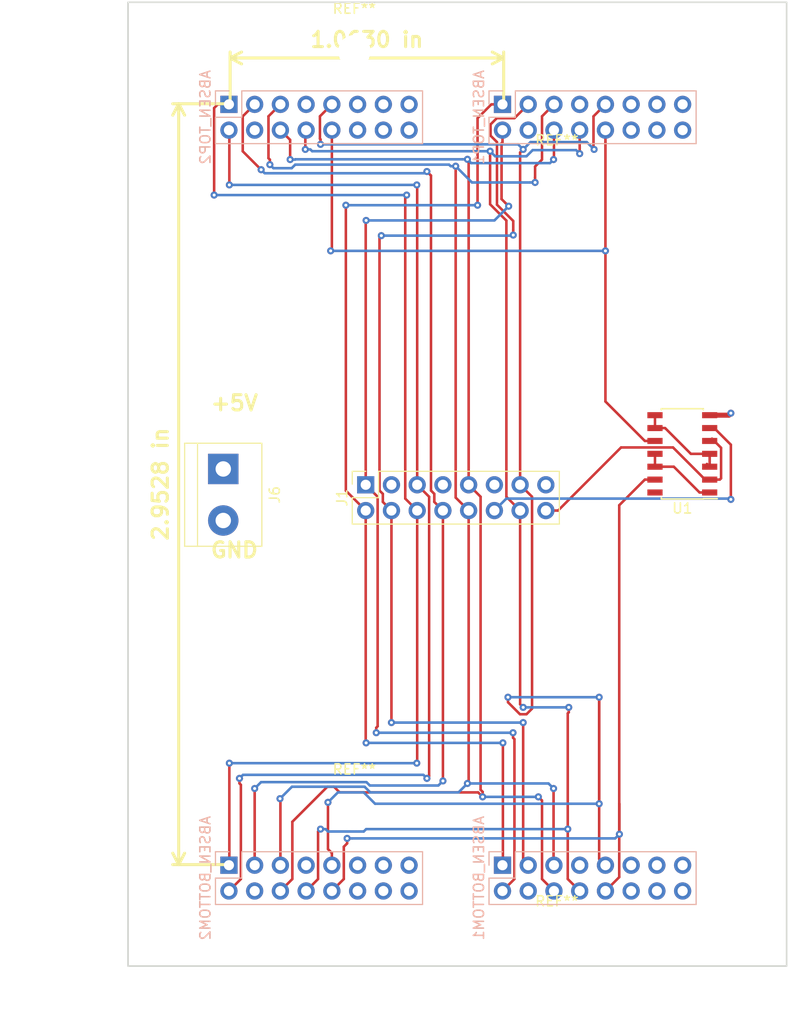
<source format=kicad_pcb>
(kicad_pcb (version 4) (host pcbnew 4.0.7)

  (general
    (links 73)
    (no_connects 35)
    (area -170.710001 21.059999 385.390001 241.560001)
    (thickness 1.6)
    (drawings 103)
    (tracks 340)
    (zones 0)
    (modules 11)
    (nets 24)
  )

  (page A4)
  (title_block
    (title "Absen hub75 adapter")
    (date 2018-02-25)
    (company "Helsinki Hacklab")
  )

  (layers
    (0 F.Cu signal)
    (31 B.Cu signal)
    (32 B.Adhes user)
    (33 F.Adhes user)
    (34 B.Paste user)
    (35 F.Paste user)
    (36 B.SilkS user)
    (37 F.SilkS user)
    (38 B.Mask user)
    (39 F.Mask user)
    (40 Dwgs.User user hide)
    (41 Cmts.User user)
    (42 Eco1.User user)
    (43 Eco2.User user)
    (44 Edge.Cuts user)
    (45 Margin user)
    (46 B.CrtYd user)
    (47 F.CrtYd user)
    (48 B.Fab user)
    (49 F.Fab user)
  )

  (setup
    (last_trace_width 0.25)
    (user_trace_width 2)
    (trace_clearance 0.2032)
    (zone_clearance 0.508)
    (zone_45_only no)
    (trace_min 0.2)
    (segment_width 0.2)
    (edge_width 0.15)
    (via_size 0.7)
    (via_drill 0.3)
    (via_min_size 0.4)
    (via_min_drill 0.3)
    (uvia_size 0.3)
    (uvia_drill 0.1)
    (uvias_allowed no)
    (uvia_min_size 0.2)
    (uvia_min_drill 0.1)
    (pcb_text_width 0.3)
    (pcb_text_size 1.5 1.5)
    (mod_edge_width 0.15)
    (mod_text_size 1 1)
    (mod_text_width 0.15)
    (pad_size 1.524 1.524)
    (pad_drill 0.762)
    (pad_to_mask_clearance 0.2)
    (aux_axis_origin 75 45)
    (visible_elements 7FFFFFFF)
    (pcbplotparams
      (layerselection 0x00030_80000001)
      (usegerberextensions false)
      (excludeedgelayer true)
      (linewidth 0.100000)
      (plotframeref false)
      (viasonmask false)
      (mode 1)
      (useauxorigin false)
      (hpglpennumber 1)
      (hpglpenspeed 20)
      (hpglpendiameter 15)
      (hpglpenoverlay 2)
      (psnegative false)
      (psa4output false)
      (plotreference true)
      (plotvalue true)
      (plotinvisibletext false)
      (padsonsilk false)
      (subtractmaskfromsilk false)
      (outputformat 1)
      (mirror false)
      (drillshape 1)
      (scaleselection 1)
      (outputdirectory ""))
  )

  (net 0 "")
  (net 1 GND)
  (net 2 "Net-(J1-Pad11)")
  (net 3 /R1)
  (net 4 /G1)
  (net 5 /B1)
  (net 6 /A)
  (net 7 /B)
  (net 8 /C)
  (net 9 /OE1)
  (net 10 +5V)
  (net 11 /OE2)
  (net 12 /R2)
  (net 13 /G2)
  (net 14 /B2)
  (net 15 /LATCH)
  (net 16 /CLK)
  (net 17 /OE)
  (net 18 "Net-(ABSEN_BOTTOM1-Pad7)")
  (net 19 "Net-(ABSEN_BOTTOM2-Pad7)")
  (net 20 "Net-(ABSEN_TOP1-Pad7)")
  (net 21 "Net-(ABSEN_TOP2-Pad7)")
  (net 22 /!OE1)
  (net 23 /!OE2)

  (net_class Default "This is the default net class."
    (clearance 0.2032)
    (trace_width 0.25)
    (via_dia 0.7)
    (via_drill 0.3)
    (uvia_dia 0.3)
    (uvia_drill 0.1)
    (add_net /!OE1)
    (add_net /!OE2)
    (add_net /A)
    (add_net /B)
    (add_net /B1)
    (add_net /B2)
    (add_net /C)
    (add_net /CLK)
    (add_net /G1)
    (add_net /G2)
    (add_net /LATCH)
    (add_net /OE)
    (add_net /OE1)
    (add_net /OE2)
    (add_net /R1)
    (add_net /R2)
    (add_net "Net-(ABSEN_BOTTOM1-Pad7)")
    (add_net "Net-(ABSEN_BOTTOM2-Pad7)")
    (add_net "Net-(ABSEN_TOP1-Pad7)")
    (add_net "Net-(ABSEN_TOP2-Pad7)")
    (add_net "Net-(J1-Pad11)")
  )

  (net_class PWR ""
    (clearance 0.2032)
    (trace_width 0.5)
    (via_dia 0.7)
    (via_drill 0.3)
    (uvia_dia 0.3)
    (uvia_drill 0.1)
    (add_net +5V)
    (add_net GND)
  )

  (module Socket_Strips:Socket_Strip_Straight_2x08_Pitch2.54mm locked (layer F.Cu) (tedit 58CD5449) (tstamp 5A8EE575)
    (at 98.46 92.56 90)
    (descr "Through hole straight socket strip, 2x08, 2.54mm pitch, double rows")
    (tags "Through hole socket strip THT 2x08 2.54mm double row")
    (path /5A8EC972)
    (fp_text reference J1 (at -1.27 -2.33 90) (layer F.SilkS)
      (effects (font (size 1 1) (thickness 0.15)))
    )
    (fp_text value HUB75_IN (at -1.27 20.11 90) (layer F.Fab)
      (effects (font (size 1 1) (thickness 0.15)))
    )
    (fp_line (start -3.81 -1.27) (end -3.81 19.05) (layer F.Fab) (width 0.1))
    (fp_line (start -3.81 19.05) (end 1.27 19.05) (layer F.Fab) (width 0.1))
    (fp_line (start 1.27 19.05) (end 1.27 -1.27) (layer F.Fab) (width 0.1))
    (fp_line (start 1.27 -1.27) (end -3.81 -1.27) (layer F.Fab) (width 0.1))
    (fp_line (start 1.33 1.27) (end 1.33 19.11) (layer F.SilkS) (width 0.12))
    (fp_line (start 1.33 19.11) (end -3.87 19.11) (layer F.SilkS) (width 0.12))
    (fp_line (start -3.87 19.11) (end -3.87 -1.33) (layer F.SilkS) (width 0.12))
    (fp_line (start -3.87 -1.33) (end -1.27 -1.33) (layer F.SilkS) (width 0.12))
    (fp_line (start -1.27 -1.33) (end -1.27 1.27) (layer F.SilkS) (width 0.12))
    (fp_line (start -1.27 1.27) (end 1.33 1.27) (layer F.SilkS) (width 0.12))
    (fp_line (start 1.33 0) (end 1.33 -1.33) (layer F.SilkS) (width 0.12))
    (fp_line (start 1.33 -1.33) (end 0.06 -1.33) (layer F.SilkS) (width 0.12))
    (fp_line (start -4.35 -1.8) (end -4.35 19.55) (layer F.CrtYd) (width 0.05))
    (fp_line (start -4.35 19.55) (end 1.8 19.55) (layer F.CrtYd) (width 0.05))
    (fp_line (start 1.8 19.55) (end 1.8 -1.8) (layer F.CrtYd) (width 0.05))
    (fp_line (start 1.8 -1.8) (end -4.35 -1.8) (layer F.CrtYd) (width 0.05))
    (fp_text user %R (at -1.27 -2.33 90) (layer F.Fab)
      (effects (font (size 1 1) (thickness 0.15)))
    )
    (pad 1 thru_hole rect (at 0 0 90) (size 1.7 1.7) (drill 1) (layers *.Cu *.Mask)
      (net 4 /G1))
    (pad 2 thru_hole oval (at -2.54 0 90) (size 1.7 1.7) (drill 1) (layers *.Cu *.Mask)
      (net 3 /R1))
    (pad 3 thru_hole oval (at 0 2.54 90) (size 1.7 1.7) (drill 1) (layers *.Cu *.Mask)
      (net 1 GND))
    (pad 4 thru_hole oval (at -2.54 2.54 90) (size 1.7 1.7) (drill 1) (layers *.Cu *.Mask)
      (net 5 /B1))
    (pad 5 thru_hole oval (at 0 5.08 90) (size 1.7 1.7) (drill 1) (layers *.Cu *.Mask)
      (net 13 /G2))
    (pad 6 thru_hole oval (at -2.54 5.08 90) (size 1.7 1.7) (drill 1) (layers *.Cu *.Mask)
      (net 12 /R2))
    (pad 7 thru_hole oval (at 0 7.62 90) (size 1.7 1.7) (drill 1) (layers *.Cu *.Mask)
      (net 1 GND))
    (pad 8 thru_hole oval (at -2.54 7.62 90) (size 1.7 1.7) (drill 1) (layers *.Cu *.Mask)
      (net 14 /B2))
    (pad 9 thru_hole oval (at 0 10.16 90) (size 1.7 1.7) (drill 1) (layers *.Cu *.Mask)
      (net 7 /B))
    (pad 10 thru_hole oval (at -2.54 10.16 90) (size 1.7 1.7) (drill 1) (layers *.Cu *.Mask)
      (net 6 /A))
    (pad 11 thru_hole oval (at 0 12.7 90) (size 1.7 1.7) (drill 1) (layers *.Cu *.Mask)
      (net 2 "Net-(J1-Pad11)"))
    (pad 12 thru_hole oval (at -2.54 12.7 90) (size 1.7 1.7) (drill 1) (layers *.Cu *.Mask)
      (net 8 /C))
    (pad 13 thru_hole oval (at 0 15.24 90) (size 1.7 1.7) (drill 1) (layers *.Cu *.Mask)
      (net 15 /LATCH))
    (pad 14 thru_hole oval (at -2.54 15.24 90) (size 1.7 1.7) (drill 1) (layers *.Cu *.Mask)
      (net 16 /CLK))
    (pad 15 thru_hole oval (at 0 17.78 90) (size 1.7 1.7) (drill 1) (layers *.Cu *.Mask)
      (net 1 GND))
    (pad 16 thru_hole oval (at -2.54 17.78 90) (size 1.7 1.7) (drill 1) (layers *.Cu *.Mask)
      (net 17 /OE))
    (model ${KISYS3DMOD}/Socket_Strips.3dshapes/Socket_Strip_Straight_2x08_Pitch2.54mm.wrl
      (at (xyz -0.05 -0.35 0))
      (scale (xyz 1 1 1))
      (rotate (xyz 0 0 270))
    )
  )

  (module Connectors_Terminal_Blocks:TerminalBlock_bornier-2_P5.08mm (layer F.Cu) (tedit 59FF03AB) (tstamp 5A8EE58A)
    (at 84.4 91 270)
    (descr "simple 2-pin terminal block, pitch 5.08mm, revamped version of bornier2")
    (tags "terminal block bornier2")
    (path /5A8E7552)
    (fp_text reference J6 (at 2.54 -5.08 270) (layer F.SilkS)
      (effects (font (size 1 1) (thickness 0.15)))
    )
    (fp_text value "PWR IN" (at 2.54 5.08 270) (layer F.Fab)
      (effects (font (size 1 1) (thickness 0.15)))
    )
    (fp_text user %R (at 2.54 0 270) (layer F.Fab)
      (effects (font (size 1 1) (thickness 0.15)))
    )
    (fp_line (start -2.41 2.55) (end 7.49 2.55) (layer F.Fab) (width 0.1))
    (fp_line (start -2.46 -3.75) (end -2.46 3.75) (layer F.Fab) (width 0.1))
    (fp_line (start -2.46 3.75) (end 7.54 3.75) (layer F.Fab) (width 0.1))
    (fp_line (start 7.54 3.75) (end 7.54 -3.75) (layer F.Fab) (width 0.1))
    (fp_line (start 7.54 -3.75) (end -2.46 -3.75) (layer F.Fab) (width 0.1))
    (fp_line (start 7.62 2.54) (end -2.54 2.54) (layer F.SilkS) (width 0.12))
    (fp_line (start 7.62 3.81) (end 7.62 -3.81) (layer F.SilkS) (width 0.12))
    (fp_line (start 7.62 -3.81) (end -2.54 -3.81) (layer F.SilkS) (width 0.12))
    (fp_line (start -2.54 -3.81) (end -2.54 3.81) (layer F.SilkS) (width 0.12))
    (fp_line (start -2.54 3.81) (end 7.62 3.81) (layer F.SilkS) (width 0.12))
    (fp_line (start -2.71 -4) (end 7.79 -4) (layer F.CrtYd) (width 0.05))
    (fp_line (start -2.71 -4) (end -2.71 4) (layer F.CrtYd) (width 0.05))
    (fp_line (start 7.79 4) (end 7.79 -4) (layer F.CrtYd) (width 0.05))
    (fp_line (start 7.79 4) (end -2.71 4) (layer F.CrtYd) (width 0.05))
    (pad 1 thru_hole rect (at 0 0 270) (size 3 3) (drill 1.52) (layers *.Cu *.Mask)
      (net 10 +5V))
    (pad 2 thru_hole circle (at 5.08 0 270) (size 3 3) (drill 1.52) (layers *.Cu *.Mask)
      (net 1 GND))
    (model ${KISYS3DMOD}/Terminal_Blocks.3dshapes/TerminalBlock_bornier-2_P5.08mm.wrl
      (at (xyz 0.1 0 0))
      (scale (xyz 1 1 1))
      (rotate (xyz 0 0 0))
    )
  )

  (module Pin_Headers:Pin_Header_Straight_2x08_Pitch2.54mm locked (layer B.Cu) (tedit 59650532) (tstamp 5A91F901)
    (at 111.96 130.06 270)
    (descr "Through hole straight pin header, 2x08, 2.54mm pitch, double rows")
    (tags "Through hole pin header THT 2x08 2.54mm double row")
    (path /5A8EF822)
    (fp_text reference ABSEN_BOTTOM1 (at 1.27 2.33 270) (layer B.SilkS)
      (effects (font (size 1 1) (thickness 0.15)) (justify mirror))
    )
    (fp_text value ABSEN_OUT (at 1.27 -20.11 270) (layer B.Fab)
      (effects (font (size 1 1) (thickness 0.15)) (justify mirror))
    )
    (fp_line (start 0 1.27) (end 3.81 1.27) (layer B.Fab) (width 0.1))
    (fp_line (start 3.81 1.27) (end 3.81 -19.05) (layer B.Fab) (width 0.1))
    (fp_line (start 3.81 -19.05) (end -1.27 -19.05) (layer B.Fab) (width 0.1))
    (fp_line (start -1.27 -19.05) (end -1.27 0) (layer B.Fab) (width 0.1))
    (fp_line (start -1.27 0) (end 0 1.27) (layer B.Fab) (width 0.1))
    (fp_line (start -1.33 -19.11) (end 3.87 -19.11) (layer B.SilkS) (width 0.12))
    (fp_line (start -1.33 -1.27) (end -1.33 -19.11) (layer B.SilkS) (width 0.12))
    (fp_line (start 3.87 1.33) (end 3.87 -19.11) (layer B.SilkS) (width 0.12))
    (fp_line (start -1.33 -1.27) (end 1.27 -1.27) (layer B.SilkS) (width 0.12))
    (fp_line (start 1.27 -1.27) (end 1.27 1.33) (layer B.SilkS) (width 0.12))
    (fp_line (start 1.27 1.33) (end 3.87 1.33) (layer B.SilkS) (width 0.12))
    (fp_line (start -1.33 0) (end -1.33 1.33) (layer B.SilkS) (width 0.12))
    (fp_line (start -1.33 1.33) (end 0 1.33) (layer B.SilkS) (width 0.12))
    (fp_line (start -1.8 1.8) (end -1.8 -19.55) (layer B.CrtYd) (width 0.05))
    (fp_line (start -1.8 -19.55) (end 4.35 -19.55) (layer B.CrtYd) (width 0.05))
    (fp_line (start 4.35 -19.55) (end 4.35 1.8) (layer B.CrtYd) (width 0.05))
    (fp_line (start 4.35 1.8) (end -1.8 1.8) (layer B.CrtYd) (width 0.05))
    (fp_text user %R (at 1.27 -8.89 540) (layer B.Fab)
      (effects (font (size 1 1) (thickness 0.15)) (justify mirror))
    )
    (pad 1 thru_hole rect (at 0 0 270) (size 1.7 1.7) (drill 1) (layers *.Cu *.Mask)
      (net 3 /R1))
    (pad 2 thru_hole oval (at 2.54 0 270) (size 1.7 1.7) (drill 1) (layers *.Cu *.Mask)
      (net 4 /G1))
    (pad 3 thru_hole oval (at 0 -2.54 270) (size 1.7 1.7) (drill 1) (layers *.Cu *.Mask)
      (net 5 /B1))
    (pad 4 thru_hole oval (at 2.54 -2.54 270) (size 1.7 1.7) (drill 1) (layers *.Cu *.Mask)
      (net 1 GND))
    (pad 5 thru_hole oval (at 0 -5.08 270) (size 1.7 1.7) (drill 1) (layers *.Cu *.Mask)
      (net 6 /A))
    (pad 6 thru_hole oval (at 2.54 -5.08 270) (size 1.7 1.7) (drill 1) (layers *.Cu *.Mask)
      (net 7 /B))
    (pad 7 thru_hole oval (at 0 -7.62 270) (size 1.7 1.7) (drill 1) (layers *.Cu *.Mask)
      (net 18 "Net-(ABSEN_BOTTOM1-Pad7)"))
    (pad 8 thru_hole oval (at 2.54 -7.62 270) (size 1.7 1.7) (drill 1) (layers *.Cu *.Mask)
      (net 16 /CLK))
    (pad 9 thru_hole oval (at 0 -10.16 270) (size 1.7 1.7) (drill 1) (layers *.Cu *.Mask)
      (net 15 /LATCH))
    (pad 10 thru_hole oval (at 2.54 -10.16 270) (size 1.7 1.7) (drill 1) (layers *.Cu *.Mask)
      (net 11 /OE2))
    (pad 11 thru_hole oval (at 0 -12.7 270) (size 1.7 1.7) (drill 1) (layers *.Cu *.Mask)
      (net 10 +5V))
    (pad 12 thru_hole oval (at 2.54 -12.7 270) (size 1.7 1.7) (drill 1) (layers *.Cu *.Mask)
      (net 1 GND))
    (pad 13 thru_hole oval (at 0 -15.24 270) (size 1.7 1.7) (drill 1) (layers *.Cu *.Mask)
      (net 10 +5V))
    (pad 14 thru_hole oval (at 2.54 -15.24 270) (size 1.7 1.7) (drill 1) (layers *.Cu *.Mask)
      (net 1 GND))
    (pad 15 thru_hole oval (at 0 -17.78 270) (size 1.7 1.7) (drill 1) (layers *.Cu *.Mask)
      (net 10 +5V))
    (pad 16 thru_hole oval (at 2.54 -17.78 270) (size 1.7 1.7) (drill 1) (layers *.Cu *.Mask)
      (net 1 GND))
    (model ${KISYS3DMOD}/Pin_Headers.3dshapes/Pin_Header_Straight_2x08_Pitch2.54mm.wrl
      (at (xyz 0 0 0))
      (scale (xyz 1 1 1))
      (rotate (xyz 0 0 0))
    )
  )

  (module Pin_Headers:Pin_Header_Straight_2x08_Pitch2.54mm locked (layer B.Cu) (tedit 59650532) (tstamp 5A91F915)
    (at 84.96 130.06 270)
    (descr "Through hole straight pin header, 2x08, 2.54mm pitch, double rows")
    (tags "Through hole pin header THT 2x08 2.54mm double row")
    (path /5A8EFBE2)
    (fp_text reference ABSEN_BOTTOM2 (at 1.27 2.33 270) (layer B.SilkS)
      (effects (font (size 1 1) (thickness 0.15)) (justify mirror))
    )
    (fp_text value ABSEN_OUT (at 1.27 -20.11 270) (layer B.Fab)
      (effects (font (size 1 1) (thickness 0.15)) (justify mirror))
    )
    (fp_line (start 0 1.27) (end 3.81 1.27) (layer B.Fab) (width 0.1))
    (fp_line (start 3.81 1.27) (end 3.81 -19.05) (layer B.Fab) (width 0.1))
    (fp_line (start 3.81 -19.05) (end -1.27 -19.05) (layer B.Fab) (width 0.1))
    (fp_line (start -1.27 -19.05) (end -1.27 0) (layer B.Fab) (width 0.1))
    (fp_line (start -1.27 0) (end 0 1.27) (layer B.Fab) (width 0.1))
    (fp_line (start -1.33 -19.11) (end 3.87 -19.11) (layer B.SilkS) (width 0.12))
    (fp_line (start -1.33 -1.27) (end -1.33 -19.11) (layer B.SilkS) (width 0.12))
    (fp_line (start 3.87 1.33) (end 3.87 -19.11) (layer B.SilkS) (width 0.12))
    (fp_line (start -1.33 -1.27) (end 1.27 -1.27) (layer B.SilkS) (width 0.12))
    (fp_line (start 1.27 -1.27) (end 1.27 1.33) (layer B.SilkS) (width 0.12))
    (fp_line (start 1.27 1.33) (end 3.87 1.33) (layer B.SilkS) (width 0.12))
    (fp_line (start -1.33 0) (end -1.33 1.33) (layer B.SilkS) (width 0.12))
    (fp_line (start -1.33 1.33) (end 0 1.33) (layer B.SilkS) (width 0.12))
    (fp_line (start -1.8 1.8) (end -1.8 -19.55) (layer B.CrtYd) (width 0.05))
    (fp_line (start -1.8 -19.55) (end 4.35 -19.55) (layer B.CrtYd) (width 0.05))
    (fp_line (start 4.35 -19.55) (end 4.35 1.8) (layer B.CrtYd) (width 0.05))
    (fp_line (start 4.35 1.8) (end -1.8 1.8) (layer B.CrtYd) (width 0.05))
    (fp_text user %R (at 1.27 -8.89 540) (layer B.Fab)
      (effects (font (size 1 1) (thickness 0.15)) (justify mirror))
    )
    (pad 1 thru_hole rect (at 0 0 270) (size 1.7 1.7) (drill 1) (layers *.Cu *.Mask)
      (net 12 /R2))
    (pad 2 thru_hole oval (at 2.54 0 270) (size 1.7 1.7) (drill 1) (layers *.Cu *.Mask)
      (net 13 /G2))
    (pad 3 thru_hole oval (at 0 -2.54 270) (size 1.7 1.7) (drill 1) (layers *.Cu *.Mask)
      (net 14 /B2))
    (pad 4 thru_hole oval (at 2.54 -2.54 270) (size 1.7 1.7) (drill 1) (layers *.Cu *.Mask)
      (net 1 GND))
    (pad 5 thru_hole oval (at 0 -5.08 270) (size 1.7 1.7) (drill 1) (layers *.Cu *.Mask)
      (net 6 /A))
    (pad 6 thru_hole oval (at 2.54 -5.08 270) (size 1.7 1.7) (drill 1) (layers *.Cu *.Mask)
      (net 7 /B))
    (pad 7 thru_hole oval (at 0 -7.62 270) (size 1.7 1.7) (drill 1) (layers *.Cu *.Mask)
      (net 19 "Net-(ABSEN_BOTTOM2-Pad7)"))
    (pad 8 thru_hole oval (at 2.54 -7.62 270) (size 1.7 1.7) (drill 1) (layers *.Cu *.Mask)
      (net 16 /CLK))
    (pad 9 thru_hole oval (at 0 -10.16 270) (size 1.7 1.7) (drill 1) (layers *.Cu *.Mask)
      (net 15 /LATCH))
    (pad 10 thru_hole oval (at 2.54 -10.16 270) (size 1.7 1.7) (drill 1) (layers *.Cu *.Mask)
      (net 11 /OE2))
    (pad 11 thru_hole oval (at 0 -12.7 270) (size 1.7 1.7) (drill 1) (layers *.Cu *.Mask)
      (net 10 +5V))
    (pad 12 thru_hole oval (at 2.54 -12.7 270) (size 1.7 1.7) (drill 1) (layers *.Cu *.Mask)
      (net 1 GND))
    (pad 13 thru_hole oval (at 0 -15.24 270) (size 1.7 1.7) (drill 1) (layers *.Cu *.Mask)
      (net 10 +5V))
    (pad 14 thru_hole oval (at 2.54 -15.24 270) (size 1.7 1.7) (drill 1) (layers *.Cu *.Mask)
      (net 1 GND))
    (pad 15 thru_hole oval (at 0 -17.78 270) (size 1.7 1.7) (drill 1) (layers *.Cu *.Mask)
      (net 10 +5V))
    (pad 16 thru_hole oval (at 2.54 -17.78 270) (size 1.7 1.7) (drill 1) (layers *.Cu *.Mask)
      (net 1 GND))
    (model ${KISYS3DMOD}/Pin_Headers.3dshapes/Pin_Header_Straight_2x08_Pitch2.54mm.wrl
      (at (xyz 0 0 0))
      (scale (xyz 1 1 1))
      (rotate (xyz 0 0 0))
    )
  )

  (module Pin_Headers:Pin_Header_Straight_2x08_Pitch2.54mm locked (layer B.Cu) (tedit 59650532) (tstamp 5A91F929)
    (at 111.96 55.06 270)
    (descr "Through hole straight pin header, 2x08, 2.54mm pitch, double rows")
    (tags "Through hole pin header THT 2x08 2.54mm double row")
    (path /5A8EF60A)
    (fp_text reference ABSEN_TOP1 (at 1.27 2.33 270) (layer B.SilkS)
      (effects (font (size 1 1) (thickness 0.15)) (justify mirror))
    )
    (fp_text value ABSEN_OUT (at 1.27 -20.11 270) (layer B.Fab)
      (effects (font (size 1 1) (thickness 0.15)) (justify mirror))
    )
    (fp_line (start 0 1.27) (end 3.81 1.27) (layer B.Fab) (width 0.1))
    (fp_line (start 3.81 1.27) (end 3.81 -19.05) (layer B.Fab) (width 0.1))
    (fp_line (start 3.81 -19.05) (end -1.27 -19.05) (layer B.Fab) (width 0.1))
    (fp_line (start -1.27 -19.05) (end -1.27 0) (layer B.Fab) (width 0.1))
    (fp_line (start -1.27 0) (end 0 1.27) (layer B.Fab) (width 0.1))
    (fp_line (start -1.33 -19.11) (end 3.87 -19.11) (layer B.SilkS) (width 0.12))
    (fp_line (start -1.33 -1.27) (end -1.33 -19.11) (layer B.SilkS) (width 0.12))
    (fp_line (start 3.87 1.33) (end 3.87 -19.11) (layer B.SilkS) (width 0.12))
    (fp_line (start -1.33 -1.27) (end 1.27 -1.27) (layer B.SilkS) (width 0.12))
    (fp_line (start 1.27 -1.27) (end 1.27 1.33) (layer B.SilkS) (width 0.12))
    (fp_line (start 1.27 1.33) (end 3.87 1.33) (layer B.SilkS) (width 0.12))
    (fp_line (start -1.33 0) (end -1.33 1.33) (layer B.SilkS) (width 0.12))
    (fp_line (start -1.33 1.33) (end 0 1.33) (layer B.SilkS) (width 0.12))
    (fp_line (start -1.8 1.8) (end -1.8 -19.55) (layer B.CrtYd) (width 0.05))
    (fp_line (start -1.8 -19.55) (end 4.35 -19.55) (layer B.CrtYd) (width 0.05))
    (fp_line (start 4.35 -19.55) (end 4.35 1.8) (layer B.CrtYd) (width 0.05))
    (fp_line (start 4.35 1.8) (end -1.8 1.8) (layer B.CrtYd) (width 0.05))
    (fp_text user %R (at 1.27 -8.89 540) (layer B.Fab)
      (effects (font (size 1 1) (thickness 0.15)) (justify mirror))
    )
    (pad 1 thru_hole rect (at 0 0 270) (size 1.7 1.7) (drill 1) (layers *.Cu *.Mask)
      (net 3 /R1))
    (pad 2 thru_hole oval (at 2.54 0 270) (size 1.7 1.7) (drill 1) (layers *.Cu *.Mask)
      (net 4 /G1))
    (pad 3 thru_hole oval (at 0 -2.54 270) (size 1.7 1.7) (drill 1) (layers *.Cu *.Mask)
      (net 5 /B1))
    (pad 4 thru_hole oval (at 2.54 -2.54 270) (size 1.7 1.7) (drill 1) (layers *.Cu *.Mask)
      (net 1 GND))
    (pad 5 thru_hole oval (at 0 -5.08 270) (size 1.7 1.7) (drill 1) (layers *.Cu *.Mask)
      (net 6 /A))
    (pad 6 thru_hole oval (at 2.54 -5.08 270) (size 1.7 1.7) (drill 1) (layers *.Cu *.Mask)
      (net 7 /B))
    (pad 7 thru_hole oval (at 0 -7.62 270) (size 1.7 1.7) (drill 1) (layers *.Cu *.Mask)
      (net 20 "Net-(ABSEN_TOP1-Pad7)"))
    (pad 8 thru_hole oval (at 2.54 -7.62 270) (size 1.7 1.7) (drill 1) (layers *.Cu *.Mask)
      (net 16 /CLK))
    (pad 9 thru_hole oval (at 0 -10.16 270) (size 1.7 1.7) (drill 1) (layers *.Cu *.Mask)
      (net 15 /LATCH))
    (pad 10 thru_hole oval (at 2.54 -10.16 270) (size 1.7 1.7) (drill 1) (layers *.Cu *.Mask)
      (net 9 /OE1))
    (pad 11 thru_hole oval (at 0 -12.7 270) (size 1.7 1.7) (drill 1) (layers *.Cu *.Mask)
      (net 10 +5V))
    (pad 12 thru_hole oval (at 2.54 -12.7 270) (size 1.7 1.7) (drill 1) (layers *.Cu *.Mask)
      (net 1 GND))
    (pad 13 thru_hole oval (at 0 -15.24 270) (size 1.7 1.7) (drill 1) (layers *.Cu *.Mask)
      (net 10 +5V))
    (pad 14 thru_hole oval (at 2.54 -15.24 270) (size 1.7 1.7) (drill 1) (layers *.Cu *.Mask)
      (net 1 GND))
    (pad 15 thru_hole oval (at 0 -17.78 270) (size 1.7 1.7) (drill 1) (layers *.Cu *.Mask)
      (net 10 +5V))
    (pad 16 thru_hole oval (at 2.54 -17.78 270) (size 1.7 1.7) (drill 1) (layers *.Cu *.Mask)
      (net 1 GND))
    (model ${KISYS3DMOD}/Pin_Headers.3dshapes/Pin_Header_Straight_2x08_Pitch2.54mm.wrl
      (at (xyz 0 0 0))
      (scale (xyz 1 1 1))
      (rotate (xyz 0 0 0))
    )
  )

  (module Pin_Headers:Pin_Header_Straight_2x08_Pitch2.54mm locked (layer B.Cu) (tedit 59650532) (tstamp 5A91F93D)
    (at 84.96 55.06 270)
    (descr "Through hole straight pin header, 2x08, 2.54mm pitch, double rows")
    (tags "Through hole pin header THT 2x08 2.54mm double row")
    (path /5A8EFB27)
    (fp_text reference ABSEN_TOP2 (at 1.27 2.33 270) (layer B.SilkS)
      (effects (font (size 1 1) (thickness 0.15)) (justify mirror))
    )
    (fp_text value ABSEN_OUT (at 1.27 -20.11 270) (layer B.Fab)
      (effects (font (size 1 1) (thickness 0.15)) (justify mirror))
    )
    (fp_line (start 0 1.27) (end 3.81 1.27) (layer B.Fab) (width 0.1))
    (fp_line (start 3.81 1.27) (end 3.81 -19.05) (layer B.Fab) (width 0.1))
    (fp_line (start 3.81 -19.05) (end -1.27 -19.05) (layer B.Fab) (width 0.1))
    (fp_line (start -1.27 -19.05) (end -1.27 0) (layer B.Fab) (width 0.1))
    (fp_line (start -1.27 0) (end 0 1.27) (layer B.Fab) (width 0.1))
    (fp_line (start -1.33 -19.11) (end 3.87 -19.11) (layer B.SilkS) (width 0.12))
    (fp_line (start -1.33 -1.27) (end -1.33 -19.11) (layer B.SilkS) (width 0.12))
    (fp_line (start 3.87 1.33) (end 3.87 -19.11) (layer B.SilkS) (width 0.12))
    (fp_line (start -1.33 -1.27) (end 1.27 -1.27) (layer B.SilkS) (width 0.12))
    (fp_line (start 1.27 -1.27) (end 1.27 1.33) (layer B.SilkS) (width 0.12))
    (fp_line (start 1.27 1.33) (end 3.87 1.33) (layer B.SilkS) (width 0.12))
    (fp_line (start -1.33 0) (end -1.33 1.33) (layer B.SilkS) (width 0.12))
    (fp_line (start -1.33 1.33) (end 0 1.33) (layer B.SilkS) (width 0.12))
    (fp_line (start -1.8 1.8) (end -1.8 -19.55) (layer B.CrtYd) (width 0.05))
    (fp_line (start -1.8 -19.55) (end 4.35 -19.55) (layer B.CrtYd) (width 0.05))
    (fp_line (start 4.35 -19.55) (end 4.35 1.8) (layer B.CrtYd) (width 0.05))
    (fp_line (start 4.35 1.8) (end -1.8 1.8) (layer B.CrtYd) (width 0.05))
    (fp_text user %R (at 1.27 -8.89 540) (layer B.Fab)
      (effects (font (size 1 1) (thickness 0.15)) (justify mirror))
    )
    (pad 1 thru_hole rect (at 0 0 270) (size 1.7 1.7) (drill 1) (layers *.Cu *.Mask)
      (net 12 /R2))
    (pad 2 thru_hole oval (at 2.54 0 270) (size 1.7 1.7) (drill 1) (layers *.Cu *.Mask)
      (net 13 /G2))
    (pad 3 thru_hole oval (at 0 -2.54 270) (size 1.7 1.7) (drill 1) (layers *.Cu *.Mask)
      (net 14 /B2))
    (pad 4 thru_hole oval (at 2.54 -2.54 270) (size 1.7 1.7) (drill 1) (layers *.Cu *.Mask)
      (net 1 GND))
    (pad 5 thru_hole oval (at 0 -5.08 270) (size 1.7 1.7) (drill 1) (layers *.Cu *.Mask)
      (net 6 /A))
    (pad 6 thru_hole oval (at 2.54 -5.08 270) (size 1.7 1.7) (drill 1) (layers *.Cu *.Mask)
      (net 7 /B))
    (pad 7 thru_hole oval (at 0 -7.62 270) (size 1.7 1.7) (drill 1) (layers *.Cu *.Mask)
      (net 21 "Net-(ABSEN_TOP2-Pad7)"))
    (pad 8 thru_hole oval (at 2.54 -7.62 270) (size 1.7 1.7) (drill 1) (layers *.Cu *.Mask)
      (net 16 /CLK))
    (pad 9 thru_hole oval (at 0 -10.16 270) (size 1.7 1.7) (drill 1) (layers *.Cu *.Mask)
      (net 15 /LATCH))
    (pad 10 thru_hole oval (at 2.54 -10.16 270) (size 1.7 1.7) (drill 1) (layers *.Cu *.Mask)
      (net 9 /OE1))
    (pad 11 thru_hole oval (at 0 -12.7 270) (size 1.7 1.7) (drill 1) (layers *.Cu *.Mask)
      (net 10 +5V))
    (pad 12 thru_hole oval (at 2.54 -12.7 270) (size 1.7 1.7) (drill 1) (layers *.Cu *.Mask)
      (net 1 GND))
    (pad 13 thru_hole oval (at 0 -15.24 270) (size 1.7 1.7) (drill 1) (layers *.Cu *.Mask)
      (net 10 +5V))
    (pad 14 thru_hole oval (at 2.54 -15.24 270) (size 1.7 1.7) (drill 1) (layers *.Cu *.Mask)
      (net 1 GND))
    (pad 15 thru_hole oval (at 0 -17.78 270) (size 1.7 1.7) (drill 1) (layers *.Cu *.Mask)
      (net 10 +5V))
    (pad 16 thru_hole oval (at 2.54 -17.78 270) (size 1.7 1.7) (drill 1) (layers *.Cu *.Mask)
      (net 1 GND))
    (model ${KISYS3DMOD}/Pin_Headers.3dshapes/Pin_Header_Straight_2x08_Pitch2.54mm.wrl
      (at (xyz 0 0 0))
      (scale (xyz 1 1 1))
      (rotate (xyz 0 0 0))
    )
  )

  (module Housings_SOIC:SOIC-14_3.9x8.7mm_Pitch1.27mm (layer F.Cu) (tedit 58CC8F64) (tstamp 5A91FA8A)
    (at 129.709384 89.507896 180)
    (descr "14-Lead Plastic Small Outline (SL) - Narrow, 3.90 mm Body [SOIC] (see Microchip Packaging Specification 00000049BS.pdf)")
    (tags "SOIC 1.27")
    (path /5A91F414)
    (attr smd)
    (fp_text reference U1 (at 0 -5.375 180) (layer F.SilkS)
      (effects (font (size 1 1) (thickness 0.15)))
    )
    (fp_text value 7402 (at 0 5.375 180) (layer F.Fab)
      (effects (font (size 1 1) (thickness 0.15)))
    )
    (fp_text user %R (at 0 0 180) (layer F.Fab)
      (effects (font (size 0.9 0.9) (thickness 0.135)))
    )
    (fp_line (start -0.95 -4.35) (end 1.95 -4.35) (layer F.Fab) (width 0.15))
    (fp_line (start 1.95 -4.35) (end 1.95 4.35) (layer F.Fab) (width 0.15))
    (fp_line (start 1.95 4.35) (end -1.95 4.35) (layer F.Fab) (width 0.15))
    (fp_line (start -1.95 4.35) (end -1.95 -3.35) (layer F.Fab) (width 0.15))
    (fp_line (start -1.95 -3.35) (end -0.95 -4.35) (layer F.Fab) (width 0.15))
    (fp_line (start -3.7 -4.65) (end -3.7 4.65) (layer F.CrtYd) (width 0.05))
    (fp_line (start 3.7 -4.65) (end 3.7 4.65) (layer F.CrtYd) (width 0.05))
    (fp_line (start -3.7 -4.65) (end 3.7 -4.65) (layer F.CrtYd) (width 0.05))
    (fp_line (start -3.7 4.65) (end 3.7 4.65) (layer F.CrtYd) (width 0.05))
    (fp_line (start -2.075 -4.45) (end -2.075 -4.425) (layer F.SilkS) (width 0.15))
    (fp_line (start 2.075 -4.45) (end 2.075 -4.335) (layer F.SilkS) (width 0.15))
    (fp_line (start 2.075 4.45) (end 2.075 4.335) (layer F.SilkS) (width 0.15))
    (fp_line (start -2.075 4.45) (end -2.075 4.335) (layer F.SilkS) (width 0.15))
    (fp_line (start -2.075 -4.45) (end 2.075 -4.45) (layer F.SilkS) (width 0.15))
    (fp_line (start -2.075 4.45) (end 2.075 4.45) (layer F.SilkS) (width 0.15))
    (fp_line (start -2.075 -4.425) (end -3.45 -4.425) (layer F.SilkS) (width 0.15))
    (pad 1 smd rect (at -2.7 -3.81 180) (size 1.5 0.6) (layers F.Cu F.Paste F.Mask)
      (net 23 /!OE2))
    (pad 2 smd rect (at -2.7 -2.54 180) (size 1.5 0.6) (layers F.Cu F.Paste F.Mask)
      (net 17 /OE))
    (pad 3 smd rect (at -2.7 -1.27 180) (size 1.5 0.6) (layers F.Cu F.Paste F.Mask)
      (net 22 /!OE1))
    (pad 4 smd rect (at -2.7 0 180) (size 1.5 0.6) (layers F.Cu F.Paste F.Mask)
      (net 22 /!OE1))
    (pad 5 smd rect (at -2.7 1.27 180) (size 1.5 0.6) (layers F.Cu F.Paste F.Mask)
      (net 17 /OE))
    (pad 6 smd rect (at -2.7 2.54 180) (size 1.5 0.6) (layers F.Cu F.Paste F.Mask)
      (net 8 /C))
    (pad 7 smd rect (at -2.7 3.81 180) (size 1.5 0.6) (layers F.Cu F.Paste F.Mask)
      (net 1 GND))
    (pad 8 smd rect (at 2.7 3.81 180) (size 1.5 0.6) (layers F.Cu F.Paste F.Mask)
      (net 22 /!OE1))
    (pad 9 smd rect (at 2.7 2.54 180) (size 1.5 0.6) (layers F.Cu F.Paste F.Mask)
      (net 22 /!OE1))
    (pad 10 smd rect (at 2.7 1.27 180) (size 1.5 0.6) (layers F.Cu F.Paste F.Mask)
      (net 9 /OE1))
    (pad 11 smd rect (at 2.7 0 180) (size 1.5 0.6) (layers F.Cu F.Paste F.Mask)
      (net 23 /!OE2))
    (pad 12 smd rect (at 2.7 -1.27 180) (size 1.5 0.6) (layers F.Cu F.Paste F.Mask)
      (net 23 /!OE2))
    (pad 13 smd rect (at 2.7 -2.54 180) (size 1.5 0.6) (layers F.Cu F.Paste F.Mask)
      (net 11 /OE2))
    (pad 14 smd rect (at 2.7 -3.81 180) (size 1.5 0.6) (layers F.Cu F.Paste F.Mask)
      (net 10 +5V))
    (model ${KISYS3DMOD}/Housings_SOIC.3dshapes/SOIC-14_3.9x8.7mm_Pitch1.27mm.wrl
      (at (xyz 0 0 0))
      (scale (xyz 1 1 1))
      (rotate (xyz 0 0 0))
    )
  )

  (module Mounting_Holes:MountingHole_3.2mm_M3 locked (layer F.Cu) (tedit 56D1B4CB) (tstamp 5A92EC4A)
    (at 97.34 49.82)
    (descr "Mounting Hole 3.2mm, no annular, M3")
    (tags "mounting hole 3.2mm no annular m3")
    (attr virtual)
    (fp_text reference REF** (at 0 -4.2) (layer F.SilkS)
      (effects (font (size 1 1) (thickness 0.15)))
    )
    (fp_text value MountingHole_3.2mm_M3 (at 0 4.2) (layer F.Fab)
      (effects (font (size 1 1) (thickness 0.15)))
    )
    (fp_text user %R (at 0.3 0) (layer F.Fab)
      (effects (font (size 1 1) (thickness 0.15)))
    )
    (fp_circle (center 0 0) (end 3.2 0) (layer Cmts.User) (width 0.15))
    (fp_circle (center 0 0) (end 3.45 0) (layer F.CrtYd) (width 0.05))
    (pad 1 np_thru_hole circle (at 0 0) (size 3.2 3.2) (drill 3.2) (layers *.Cu *.Mask))
  )

  (module Mounting_Holes:MountingHole_3.2mm_M3 locked (layer F.Cu) (tedit 56D1B4CB) (tstamp 5A92EC4F)
    (at 117.33 62.8)
    (descr "Mounting Hole 3.2mm, no annular, M3")
    (tags "mounting hole 3.2mm no annular m3")
    (attr virtual)
    (fp_text reference REF** (at 0 -4.2) (layer F.SilkS)
      (effects (font (size 1 1) (thickness 0.15)))
    )
    (fp_text value MountingHole_3.2mm_M3 (at 0 4.2) (layer F.Fab)
      (effects (font (size 1 1) (thickness 0.15)))
    )
    (fp_text user %R (at 0.3 0) (layer F.Fab)
      (effects (font (size 1 1) (thickness 0.15)))
    )
    (fp_circle (center 0 0) (end 3.2 0) (layer Cmts.User) (width 0.15))
    (fp_circle (center 0 0) (end 3.45 0) (layer F.CrtYd) (width 0.05))
    (pad 1 np_thru_hole circle (at 0 0) (size 3.2 3.2) (drill 3.2) (layers *.Cu *.Mask))
  )

  (module Mounting_Holes:MountingHole_3.2mm_M3 locked (layer F.Cu) (tedit 56D1B4CB) (tstamp 5A92EC91)
    (at 97.34 124.81)
    (descr "Mounting Hole 3.2mm, no annular, M3")
    (tags "mounting hole 3.2mm no annular m3")
    (attr virtual)
    (fp_text reference REF** (at 0 -4.2) (layer F.SilkS)
      (effects (font (size 1 1) (thickness 0.15)))
    )
    (fp_text value MountingHole_3.2mm_M3 (at 0 4.2) (layer F.Fab)
      (effects (font (size 1 1) (thickness 0.15)))
    )
    (fp_text user %R (at 0.3 0) (layer F.Fab)
      (effects (font (size 1 1) (thickness 0.15)))
    )
    (fp_circle (center 0 0) (end 3.2 0) (layer Cmts.User) (width 0.15))
    (fp_circle (center 0 0) (end 3.45 0) (layer F.CrtYd) (width 0.05))
    (pad 1 np_thru_hole circle (at 0 0) (size 3.2 3.2) (drill 3.2) (layers *.Cu *.Mask))
  )

  (module Mounting_Holes:MountingHole_3.2mm_M3 locked (layer F.Cu) (tedit 56D1B4CB) (tstamp 5A92ECA1)
    (at 117.33 137.81)
    (descr "Mounting Hole 3.2mm, no annular, M3")
    (tags "mounting hole 3.2mm no annular m3")
    (attr virtual)
    (fp_text reference REF** (at 0 -4.2) (layer F.SilkS)
      (effects (font (size 1 1) (thickness 0.15)))
    )
    (fp_text value MountingHole_3.2mm_M3 (at 0 4.2) (layer F.Fab)
      (effects (font (size 1 1) (thickness 0.15)))
    )
    (fp_text user %R (at 0.3 0) (layer F.Fab)
      (effects (font (size 1 1) (thickness 0.15)))
    )
    (fp_circle (center 0 0) (end 3.2 0) (layer Cmts.User) (width 0.15))
    (fp_circle (center 0 0) (end 3.45 0) (layer F.CrtYd) (width 0.05))
    (pad 1 np_thru_hole circle (at 0 0) (size 3.2 3.2) (drill 3.2) (layers *.Cu *.Mask))
  )

  (gr_circle (center 61.34 228.81) (end 62.84 228.81) (layer Dwgs.User) (width 0.1))
  (gr_circle (center 97.34 199.81) (end 98.79 199.81) (layer Dwgs.User) (width 0.1))
  (gr_circle (center -167.66 206.31) (end -166.16 206.31) (layer Dwgs.User) (width 0.1))
  (gr_line (start 83.68 208.85) (end 104 208.85) (layer Dwgs.User) (width 0.1))
  (gr_line (start 83.68 203.77) (end 83.68 208.85) (layer Dwgs.User) (width 0.1))
  (gr_line (start 104 203.77) (end 83.68 203.77) (layer Dwgs.User) (width 0.1))
  (gr_line (start 104 208.85) (end 104 203.77) (layer Dwgs.User) (width 0.1))
  (gr_circle (center 117.34 212.81) (end 118.79 212.81) (layer Dwgs.User) (width 0.1))
  (gr_circle (center 153.34 228.81) (end 154.84 228.81) (layer Dwgs.User) (width 0.1))
  (gr_line (start 131 208.85) (end 110.68 208.85) (layer Dwgs.User) (width 0.1))
  (gr_line (start 131 203.77) (end 131 208.85) (layer Dwgs.User) (width 0.1))
  (gr_line (start 110.68 203.77) (end 131 203.77) (layer Dwgs.User) (width 0.1))
  (gr_line (start 110.68 208.85) (end 110.68 203.77) (layer Dwgs.User) (width 0.1))
  (gr_circle (center 382.34 206.31) (end 383.84 206.31) (layer Dwgs.User) (width 0.1))
  (gr_line (start -138.66 241.51) (end -138.66 171.11) (layer Dwgs.User) (width 0.1))
  (gr_line (start -170.66 241.51) (end -138.66 241.51) (layer Dwgs.User) (width 0.1))
  (gr_line (start -170.66 171.11) (end -170.66 241.51) (layer Dwgs.User) (width 0.1))
  (gr_line (start -138.66 171.11) (end -170.66 171.11) (layer Dwgs.User) (width 0.1))
  (gr_line (start 353.34 241.51) (end 353.34 171.11) (layer Dwgs.User) (width 0.1))
  (gr_line (start 385.34 241.51) (end 353.34 241.51) (layer Dwgs.User) (width 0.1))
  (gr_line (start 385.34 171.11) (end 385.34 241.51) (layer Dwgs.User) (width 0.1))
  (gr_line (start 353.34 171.11) (end 385.34 171.11) (layer Dwgs.User) (width 0.1))
  (gr_line (start 156.94 241.51) (end 156.94 171.11) (layer Dwgs.User) (width 0.1))
  (gr_line (start 57.74 241.51) (end 156.94 241.51) (layer Dwgs.User) (width 0.1))
  (gr_line (start 57.74 171.11) (end 57.74 241.51) (layer Dwgs.User) (width 0.1))
  (gr_line (start 156.94 171.11) (end 57.74 171.11) (layer Dwgs.User) (width 0.1))
  (gr_circle (center 61.34 183.81) (end 62.84 183.81) (layer Dwgs.User) (width 0.1))
  (gr_circle (center 153.34 183.81) (end 154.84 183.81) (layer Dwgs.User) (width 0.1))
  (gr_circle (center 61.34 153.81) (end 62.84 153.81) (layer Dwgs.User) (width 0.1))
  (gr_circle (center 97.34 124.81) (end 98.79 124.81) (layer Dwgs.User) (width 0.1))
  (gr_circle (center -167.66 131.31) (end -166.16 131.31) (layer Dwgs.User) (width 0.1))
  (gr_line (start 83.68 133.85) (end 104 133.85) (layer Dwgs.User) (width 0.1))
  (gr_line (start 83.68 128.77) (end 83.68 133.85) (layer Dwgs.User) (width 0.1))
  (gr_line (start 104 128.77) (end 83.68 128.77) (layer Dwgs.User) (width 0.1))
  (gr_line (start 104 133.85) (end 104 128.77) (layer Dwgs.User) (width 0.1))
  (gr_circle (center 117.34 137.81) (end 118.79 137.81) (layer Dwgs.User) (width 0.1))
  (gr_circle (center 153.34 153.81) (end 154.84 153.81) (layer Dwgs.User) (width 0.1))
  (gr_line (start 131 133.85) (end 110.68 133.85) (layer Dwgs.User) (width 0.1))
  (gr_line (start 131 128.77) (end 131 133.85) (layer Dwgs.User) (width 0.1))
  (gr_line (start 110.68 128.77) (end 131 128.77) (layer Dwgs.User) (width 0.1))
  (gr_line (start 110.68 133.85) (end 110.68 128.77) (layer Dwgs.User) (width 0.1))
  (gr_circle (center 382.34 131.31) (end 383.84 131.31) (layer Dwgs.User) (width 0.1))
  (gr_line (start -138.66 166.51) (end -138.66 96.11) (layer Dwgs.User) (width 0.1))
  (gr_line (start -170.66 166.51) (end -138.66 166.51) (layer Dwgs.User) (width 0.1))
  (gr_line (start -138.66 96.11) (end -170.66 96.11) (layer Dwgs.User) (width 0.1))
  (gr_line (start 385.34 166.51) (end 353.34 166.51) (layer Dwgs.User) (width 0.1))
  (gr_line (start 353.34 96.11) (end 385.34 96.11) (layer Dwgs.User) (width 0.1))
  (gr_line (start -170.66 96.11) (end -170.66 166.51) (layer Dwgs.User) (width 0.1))
  (gr_line (start 57.74 166.51) (end 156.94 166.51) (layer Dwgs.User) (width 0.1))
  (gr_line (start 353.34 166.51) (end 353.34 96.11) (layer Dwgs.User) (width 0.1))
  (gr_line (start 156.94 96.11) (end 57.74 96.11) (layer Dwgs.User) (width 0.1))
  (gr_line (start 385.34 96.11) (end 385.34 166.51) (layer Dwgs.User) (width 0.1))
  (gr_circle (center 153.34 108.81) (end 154.84 108.81) (layer Dwgs.User) (width 0.1))
  (gr_line (start 156.94 166.51) (end 156.94 96.11) (layer Dwgs.User) (width 0.1))
  (gr_line (start 353.34 21.11) (end 385.34 21.11) (layer Dwgs.User) (width 0.1))
  (gr_line (start 57.74 96.11) (end 57.74 166.51) (layer Dwgs.User) (width 0.1))
  (gr_line (start 385.34 91.51) (end 353.34 91.51) (layer Dwgs.User) (width 0.1))
  (gr_circle (center 61.34 108.81) (end 62.84 108.81) (layer Dwgs.User) (width 0.1))
  (gr_circle (center -167.66 56.31) (end -166.16 56.31) (layer Dwgs.User) (width 0.1))
  (gr_line (start 385.34 21.11) (end 385.34 91.51) (layer Dwgs.User) (width 0.1))
  (gr_line (start -170.66 91.51) (end -138.66 91.51) (layer Dwgs.User) (width 0.1))
  (gr_line (start 353.34 91.51) (end 353.34 21.11) (layer Dwgs.User) (width 0.1))
  (gr_line (start -138.66 21.11) (end -170.66 21.11) (layer Dwgs.User) (width 0.1))
  (gr_circle (center 382.34 56.31) (end 383.84 56.31) (layer Dwgs.User) (width 0.1))
  (gr_circle (center 97.34 49.81) (end 98.79 49.81) (layer Dwgs.User) (width 0.1))
  (gr_line (start -138.66 91.51) (end -138.66 21.11) (layer Dwgs.User) (width 0.1))
  (gr_circle (center 153.34 78.81) (end 154.84 78.81) (layer Dwgs.User) (width 0.1))
  (gr_line (start -170.66 21.11) (end -170.66 91.51) (layer Dwgs.User) (width 0.1))
  (gr_circle (center 61.34 33.81) (end 62.84 33.81) (layer Dwgs.User) (width 0.1))
  (gr_circle (center 117.34 62.81) (end 118.79 62.81) (layer Dwgs.User) (width 0.1))
  (gr_line (start 131 53.77) (end 131 58.85) (layer Dwgs.User) (width 0.1))
  (gr_circle (center 153.34 33.81) (end 154.84 33.81) (layer Dwgs.User) (width 0.1))
  (gr_line (start 61.34 78.81) (end 153.34 33.81) (layer Dwgs.User) (width 0.1))
  (gr_circle (center 61.34 78.81) (end 62.84 78.81) (layer Dwgs.User) (width 0.1))
  (gr_line (start 57.74 21.11) (end 156.94 21.11) (layer Dwgs.User) (width 0.1))
  (gr_line (start 131 58.85) (end 110.68 58.85) (layer Dwgs.User) (width 0.1))
  (gr_line (start 156.94 21.11) (end 156.94 91.51) (layer Dwgs.User) (width 0.1))
  (gr_line (start 110.68 53.77) (end 131 53.77) (layer Dwgs.User) (width 0.1))
  (gr_line (start 57.74 91.51) (end 57.74 21.11) (layer Dwgs.User) (width 0.1))
  (gr_line (start 153.34 33.81) (end 153.34 78.81) (layer Dwgs.User) (width 0.1))
  (gr_line (start 156.94 91.51) (end 57.74 21.11) (layer Dwgs.User) (width 0.1))
  (gr_line (start 156.94 91.51) (end 57.74 91.51) (layer Dwgs.User) (width 0.1))
  (gr_line (start 153.34 78.81) (end 61.34 78.81) (layer Dwgs.User) (width 0.1))
  (gr_line (start 83.68 53.77) (end 83.68 58.85) (layer Dwgs.User) (width 0.1))
  (gr_line (start 104 58.85) (end 104 53.77) (layer Dwgs.User) (width 0.1))
  (gr_line (start 83.68 58.85) (end 104 58.85) (layer Dwgs.User) (width 0.1))
  (gr_line (start 57.74 91.51) (end 156.94 21.11) (layer Dwgs.User) (width 0.1))
  (gr_line (start 61.34 33.81) (end 153.34 33.81) (layer Dwgs.User) (width 0.1))
  (gr_line (start 61.34 78.81) (end 61.34 33.81) (layer Dwgs.User) (width 0.1))
  (gr_line (start 107.34 45.993254) (end 107.34 66.626746) (layer Dwgs.User) (width 0.1))
  (gr_line (start 104 53.77) (end 83.68 53.77) (layer Dwgs.User) (width 0.1))
  (gr_line (start 110.68 58.85) (end 110.68 53.77) (layer Dwgs.User) (width 0.1))
  (gr_line (start 153.34 78.81) (end 61.34 33.81) (layer Dwgs.User) (width 0.1))
  (dimension 27 (width 0.3) (layer F.SilkS)
    (gr_text "27.000 mm" (at 98.578129 49.136702) (layer F.SilkS)
      (effects (font (size 1.5 1.5) (thickness 0.3)))
    )
    (feature1 (pts (xy 112.078129 54.986702) (xy 112.078129 47.786702)))
    (feature2 (pts (xy 85.078129 54.986702) (xy 85.078129 47.786702)))
    (crossbar (pts (xy 85.078129 50.486702) (xy 112.078129 50.486702)))
    (arrow1a (pts (xy 112.078129 50.486702) (xy 110.951625 51.073123)))
    (arrow1b (pts (xy 112.078129 50.486702) (xy 110.951625 49.900281)))
    (arrow2a (pts (xy 85.078129 50.486702) (xy 86.204633 51.073123)))
    (arrow2b (pts (xy 85.078129 50.486702) (xy 86.204633 49.900281)))
  )
  (gr_text GND (at 85.5 99) (layer F.SilkS)
    (effects (font (size 1.5 1.5) (thickness 0.3)))
  )
  (gr_text +5V (at 85.5 84.5) (layer F.SilkS)
    (effects (font (size 1.5 1.5) (thickness 0.3)))
  )
  (dimension 65 (width 0.3) (layer F.Fab)
    (gr_text "65.000 mm" (at 107.5 145) (layer F.Fab)
      (effects (font (size 1.5 1.5) (thickness 0.3)))
    )
    (feature1 (pts (xy 140 145) (xy 140 145)))
    (feature2 (pts (xy 75 145) (xy 75 145)))
    (crossbar (pts (xy 75 145) (xy 140 145)))
    (arrow1a (pts (xy 140 145) (xy 138.873496 145.586421)))
    (arrow1b (pts (xy 140 145) (xy 138.873496 144.413579)))
    (arrow2a (pts (xy 75 145) (xy 76.126504 145.586421)))
    (arrow2b (pts (xy 75 145) (xy 76.126504 144.413579)))
  )
  (dimension 95 (width 0.3) (layer F.Fab)
    (gr_text "95.000 mm" (at 70 92.5 270) (layer F.Fab)
      (effects (font (size 1.5 1.5) (thickness 0.3)))
    )
    (feature1 (pts (xy 70 140) (xy 70 140)))
    (feature2 (pts (xy 70 45) (xy 70 45)))
    (crossbar (pts (xy 70 45) (xy 70 140)))
    (arrow1a (pts (xy 70 140) (xy 69.413579 138.873496)))
    (arrow1b (pts (xy 70 140) (xy 70.586421 138.873496)))
    (arrow2a (pts (xy 70 45) (xy 69.413579 46.126504)))
    (arrow2b (pts (xy 70 45) (xy 70.586421 46.126504)))
  )
  (gr_line (start 140 45) (end 75 45) (layer Edge.Cuts) (width 0.15))
  (gr_line (start 140 140) (end 140 45) (layer Edge.Cuts) (width 0.15))
  (gr_line (start 75 140) (end 140 140) (layer Edge.Cuts) (width 0.15))
  (gr_line (start 75 45) (end 75 140) (layer Edge.Cuts) (width 0.15))
  (dimension 75 (width 0.3) (layer F.SilkS)
    (gr_text "75.000 mm" (at 78.65 92.5 270) (layer F.SilkS)
      (effects (font (size 1.5 1.5) (thickness 0.3)))
    )
    (feature1 (pts (xy 85 130) (xy 77.3 130)))
    (feature2 (pts (xy 85 55) (xy 77.3 55)))
    (crossbar (pts (xy 80 55) (xy 80 130)))
    (arrow1a (pts (xy 80 130) (xy 79.413579 128.873496)))
    (arrow1b (pts (xy 80 130) (xy 80.586421 128.873496)))
    (arrow2a (pts (xy 80 55) (xy 79.413579 56.126504)))
    (arrow2b (pts (xy 80 55) (xy 80.586421 56.126504)))
  )

  (segment (start 132.409384 85.697896) (end 134.302104 85.697896) (width 0.5) (layer F.Cu) (net 1))
  (segment (start 134.302104 85.697896) (end 134.5 85.5) (width 0.5) (layer F.Cu) (net 1))
  (via (at 134.5 85.5) (size 0.7) (drill 0.3) (layers F.Cu B.Cu) (net 1))
  (segment (start 110.62 92.202081) (end 111.417919 93) (width 0.25) (layer B.Cu) (net 2) (status 30))
  (segment (start 111.96 55.06) (end 110.86 55.06) (width 0.25) (layer F.Cu) (net 3) (status 10))
  (segment (start 110.86 55.06) (end 109.5 56.42) (width 0.25) (layer F.Cu) (net 3))
  (segment (start 109.5 56.42) (end 109.5 65) (width 0.25) (layer F.Cu) (net 3))
  (via (at 109.5 65) (size 0.7) (drill 0.3) (layers F.Cu B.Cu) (net 3))
  (segment (start 96.5 65) (end 109.5 65) (width 0.25) (layer B.Cu) (net 3))
  (segment (start 96.5 93.14) (end 96.5 65) (width 0.25) (layer F.Cu) (net 3))
  (via (at 96.5 65) (size 0.7) (drill 0.3) (layers F.Cu B.Cu) (net 3))
  (segment (start 98.46 95.1) (end 96.5 93.14) (width 0.25) (layer F.Cu) (net 3) (status 10))
  (segment (start 112 118) (end 112 130.02) (width 0.25) (layer F.Cu) (net 3) (status 20))
  (segment (start 112 130.02) (end 111.96 130.06) (width 0.25) (layer F.Cu) (net 3) (status 30))
  (segment (start 98.5 118) (end 112 118) (width 0.25) (layer B.Cu) (net 3))
  (via (at 112 118) (size 0.7) (drill 0.3) (layers F.Cu B.Cu) (net 3))
  (segment (start 98.46 95.1) (end 98.46 117.96) (width 0.25) (layer F.Cu) (net 3) (status 10))
  (segment (start 98.46 117.96) (end 98.5 118) (width 0.25) (layer F.Cu) (net 3))
  (via (at 98.5 118) (size 0.7) (drill 0.3) (layers F.Cu B.Cu) (net 3))
  (segment (start 112.21858 64.747433) (end 112.568579 65.097432) (width 0.25) (layer F.Cu) (net 4))
  (segment (start 111.166011 66.5) (end 112.21858 65.447431) (width 0.25) (layer B.Cu) (net 4))
  (segment (start 111.868587 58.893494) (end 111.868587 64.39744) (width 0.25) (layer F.Cu) (net 4))
  (segment (start 111.96 58.802081) (end 111.868587 58.893494) (width 0.25) (layer F.Cu) (net 4))
  (segment (start 112.21858 65.447431) (end 112.568579 65.097432) (width 0.25) (layer B.Cu) (net 4))
  (segment (start 111.868587 64.39744) (end 112.21858 64.747433) (width 0.25) (layer F.Cu) (net 4))
  (segment (start 98.5 66.5) (end 111.166011 66.5) (width 0.25) (layer B.Cu) (net 4))
  (via (at 112.568579 65.097432) (size 0.7) (drill 0.3) (layers F.Cu B.Cu) (net 4))
  (segment (start 111.96 57.6) (end 111.96 58.802081) (width 0.25) (layer F.Cu) (net 4))
  (segment (start 99.5 116.505026) (end 99.5 117) (width 0.25) (layer F.Cu) (net 4))
  (segment (start 99.638201 116.366825) (end 99.5 116.505026) (width 0.25) (layer F.Cu) (net 4))
  (segment (start 99.638201 93.738201) (end 99.638201 116.366825) (width 0.25) (layer F.Cu) (net 4))
  (segment (start 98.46 92.56) (end 99.638201 93.738201) (width 0.25) (layer F.Cu) (net 4) (status 10))
  (segment (start 98.46 92.56) (end 98.46 66.54) (width 0.25) (layer F.Cu) (net 4) (status 10))
  (segment (start 98.46 66.54) (end 98.5 66.5) (width 0.25) (layer F.Cu) (net 4))
  (via (at 98.5 66.5) (size 0.7) (drill 0.3) (layers F.Cu B.Cu) (net 4))
  (segment (start 113 117) (end 113 117.494974) (width 0.25) (layer F.Cu) (net 4))
  (segment (start 113 117.494974) (end 113.138201 117.633175) (width 0.25) (layer F.Cu) (net 4))
  (segment (start 113.138201 117.633175) (end 113.138201 131.421799) (width 0.25) (layer F.Cu) (net 4))
  (segment (start 113.138201 131.421799) (end 111.96 132.6) (width 0.25) (layer F.Cu) (net 4) (status 20))
  (segment (start 99.5 117) (end 113 117) (width 0.25) (layer B.Cu) (net 4))
  (via (at 113 117) (size 0.7) (drill 0.3) (layers F.Cu B.Cu) (net 4))
  (via (at 99.5 117) (size 0.7) (drill 0.3) (layers F.Cu B.Cu) (net 4))
  (segment (start 110.781799 57.034463) (end 110.781799 58.144623) (width 0.25) (layer F.Cu) (net 5))
  (segment (start 113.138201 56.421799) (end 111.394463 56.421799) (width 0.25) (layer F.Cu) (net 5))
  (segment (start 113.02179 67.448408) (end 113.02179 67.943382) (width 0.25) (layer F.Cu) (net 5))
  (segment (start 111.415377 64.947968) (end 113.02179 66.554381) (width 0.25) (layer F.Cu) (net 5))
  (segment (start 114.5 55.06) (end 113.138201 56.421799) (width 0.25) (layer F.Cu) (net 5))
  (segment (start 110.781799 58.144623) (end 111.415377 58.778201) (width 0.25) (layer F.Cu) (net 5))
  (segment (start 113.02179 66.554381) (end 113.02179 67.448408) (width 0.25) (layer F.Cu) (net 5))
  (via (at 113.02179 67.943382) (size 0.7) (drill 0.3) (layers F.Cu B.Cu) (net 5))
  (segment (start 111.415377 58.778201) (end 111.415377 64.947968) (width 0.25) (layer F.Cu) (net 5))
  (segment (start 112.965172 68) (end 113.02179 67.943382) (width 0.25) (layer B.Cu) (net 5))
  (segment (start 111.394463 56.421799) (end 110.781799 57.034463) (width 0.25) (layer F.Cu) (net 5))
  (segment (start 100 68) (end 112.965172 68) (width 0.25) (layer B.Cu) (net 5))
  (via (at 100 68) (size 0.7) (drill 0.3) (layers F.Cu B.Cu) (net 5))
  (segment (start 101 95.1) (end 100.150001 94.250001) (width 0.25) (layer F.Cu) (net 5) (status 10))
  (segment (start 100.150001 94.250001) (end 100.150001 93.453739) (width 0.25) (layer F.Cu) (net 5))
  (segment (start 100.150001 93.453739) (end 99.821799 93.125537) (width 0.25) (layer F.Cu) (net 5))
  (segment (start 99.821799 93.125537) (end 99.821799 68.178201) (width 0.25) (layer F.Cu) (net 5))
  (segment (start 99.821799 68.178201) (end 100 68) (width 0.25) (layer F.Cu) (net 5))
  (segment (start 114 116) (end 114 129.56) (width 0.25) (layer F.Cu) (net 5) (status 20))
  (segment (start 114 129.56) (end 114.5 130.06) (width 0.25) (layer F.Cu) (net 5) (status 30))
  (segment (start 101 116) (end 114 116) (width 0.25) (layer B.Cu) (net 5))
  (via (at 114 116) (size 0.7) (drill 0.3) (layers F.Cu B.Cu) (net 5))
  (segment (start 101 95.1) (end 101 116) (width 0.25) (layer F.Cu) (net 5) (status 10))
  (via (at 101 116) (size 0.7) (drill 0.3) (layers F.Cu B.Cu) (net 5))
  (segment (start 115.177202 62.263142) (end 115.177202 62.758116) (width 0.25) (layer F.Cu) (net 6))
  (segment (start 108.943631 62.758116) (end 114.682228 62.758116) (width 0.25) (layer B.Cu) (net 6))
  (segment (start 115.178202 62.262142) (end 115.177202 62.263142) (width 0.25) (layer F.Cu) (net 6))
  (segment (start 115.861799 56.238201) (end 115.861799 60.501003) (width 0.25) (layer F.Cu) (net 6))
  (segment (start 115.178202 61.1846) (end 115.178202 62.262142) (width 0.25) (layer F.Cu) (net 6))
  (segment (start 107.339502 61.153987) (end 108.943631 62.758116) (width 0.25) (layer B.Cu) (net 6))
  (segment (start 114.682228 62.758116) (end 115.177202 62.758116) (width 0.25) (layer B.Cu) (net 6))
  (segment (start 117.04 55.06) (end 115.861799 56.238201) (width 0.25) (layer F.Cu) (net 6))
  (via (at 115.177202 62.758116) (size 0.7) (drill 0.3) (layers F.Cu B.Cu) (net 6))
  (segment (start 115.861799 60.501003) (end 115.178202 61.1846) (width 0.25) (layer F.Cu) (net 6))
  (segment (start 107.339502 61.648961) (end 107.339502 61.153987) (width 0.25) (layer F.Cu) (net 6))
  (segment (start 91.153741 61.349999) (end 91.50374 61) (width 0.25) (layer B.Cu) (net 6))
  (via (at 107.339502 61.153987) (size 0.7) (drill 0.3) (layers F.Cu B.Cu) (net 6))
  (segment (start 107.339502 93.819502) (end 107.339502 61.648961) (width 0.25) (layer F.Cu) (net 6))
  (segment (start 89 61) (end 89.349999 61.349999) (width 0.25) (layer B.Cu) (net 6))
  (segment (start 89.349999 61.349999) (end 91.153741 61.349999) (width 0.25) (layer B.Cu) (net 6))
  (segment (start 106.844528 61.153987) (end 107.339502 61.153987) (width 0.25) (layer B.Cu) (net 6))
  (segment (start 91.50374 61) (end 106.690541 61) (width 0.25) (layer B.Cu) (net 6))
  (segment (start 108.62 95.1) (end 107.339502 93.819502) (width 0.25) (layer F.Cu) (net 6))
  (segment (start 106.690541 61) (end 106.844528 61.153987) (width 0.25) (layer B.Cu) (net 6))
  (segment (start 89 61) (end 89 60.505026) (width 0.25) (layer F.Cu) (net 6))
  (segment (start 89 60.505026) (end 88.861799 60.366825) (width 0.25) (layer F.Cu) (net 6))
  (segment (start 88.861799 60.366825) (end 88.861799 56.238201) (width 0.25) (layer F.Cu) (net 6))
  (segment (start 88.861799 56.238201) (end 89.190001 55.909999) (width 0.25) (layer F.Cu) (net 6))
  (segment (start 89.190001 55.909999) (end 90.04 55.06) (width 0.25) (layer F.Cu) (net 6))
  (via (at 89 61) (size 0.7) (drill 0.3) (layers F.Cu B.Cu) (net 6))
  (segment (start 98.906473 122.881799) (end 107.618201 122.881799) (width 0.25) (layer B.Cu) (net 6))
  (segment (start 107.618201 122.881799) (end 108.5 122) (width 0.25) (layer B.Cu) (net 6))
  (segment (start 98.346473 122.321799) (end 98.906473 122.881799) (width 0.25) (layer B.Cu) (net 6))
  (segment (start 91.178201 122.321799) (end 98.346473 122.321799) (width 0.25) (layer B.Cu) (net 6))
  (segment (start 90 123.5) (end 91.178201 122.321799) (width 0.25) (layer B.Cu) (net 6))
  (segment (start 90.04 130.06) (end 90.04 123.54) (width 0.25) (layer F.Cu) (net 6) (status 10))
  (segment (start 90.04 123.54) (end 90 123.5) (width 0.25) (layer F.Cu) (net 6))
  (via (at 90 123.5) (size 0.7) (drill 0.3) (layers F.Cu B.Cu) (net 6))
  (segment (start 116.5 122) (end 117 122.5) (width 0.25) (layer B.Cu) (net 6))
  (segment (start 108.5 122) (end 116.5 122) (width 0.25) (layer B.Cu) (net 6))
  (segment (start 117 122.5) (end 117 130.02) (width 0.25) (layer F.Cu) (net 6) (status 20))
  (segment (start 117 130.02) (end 117.04 130.06) (width 0.25) (layer F.Cu) (net 6) (status 30))
  (via (at 117 122.5) (size 0.7) (drill 0.3) (layers F.Cu B.Cu) (net 6))
  (segment (start 108.62 95.1) (end 108.62 121.88) (width 0.25) (layer F.Cu) (net 6) (status 10))
  (segment (start 108.62 121.88) (end 108.5 122) (width 0.25) (layer F.Cu) (net 6))
  (via (at 108.5 122) (size 0.7) (drill 0.3) (layers F.Cu B.Cu) (net 6))
  (segment (start 117.04 130.055474) (end 117.04 130.06) (width 0.25) (layer F.Cu) (net 6) (status 30))
  (segment (start 117 60.5) (end 116.650001 60.849999) (width 0.25) (layer B.Cu) (net 7))
  (segment (start 116.650001 60.849999) (end 108.874222 60.849999) (width 0.25) (layer B.Cu) (net 7))
  (segment (start 108.874222 60.849999) (end 108.849999 60.825776) (width 0.25) (layer B.Cu) (net 7))
  (segment (start 108.849999 60.825776) (end 108.5 60.475777) (width 0.25) (layer B.Cu) (net 7))
  (segment (start 108.005026 60.475777) (end 108.5 60.475777) (width 0.25) (layer B.Cu) (net 7))
  (segment (start 91.519197 60.475777) (end 108.005026 60.475777) (width 0.25) (layer B.Cu) (net 7))
  (segment (start 91.494974 60.5) (end 91.519197 60.475777) (width 0.25) (layer B.Cu) (net 7))
  (segment (start 91 60.5) (end 91.494974 60.5) (width 0.25) (layer B.Cu) (net 7))
  (segment (start 108.62 92.56) (end 108.62 60.595777) (width 0.25) (layer F.Cu) (net 7))
  (segment (start 108.62 60.595777) (end 108.5 60.475777) (width 0.25) (layer F.Cu) (net 7))
  (via (at 108.5 60.475777) (size 0.7) (drill 0.3) (layers F.Cu B.Cu) (net 7))
  (segment (start 117.04 57.6) (end 117.04 60.46) (width 0.25) (layer F.Cu) (net 7))
  (segment (start 117.04 60.46) (end 117 60.5) (width 0.25) (layer F.Cu) (net 7))
  (via (at 117 60.5) (size 0.7) (drill 0.3) (layers F.Cu B.Cu) (net 7))
  (segment (start 91 60.5) (end 91 58.56) (width 0.25) (layer F.Cu) (net 7))
  (segment (start 91 58.56) (end 90.04 57.6) (width 0.25) (layer F.Cu) (net 7))
  (via (at 91 60.5) (size 0.7) (drill 0.3) (layers F.Cu B.Cu) (net 7))
  (segment (start 90.04 132.6) (end 91.218201 131.421799) (width 0.25) (layer F.Cu) (net 7) (status 10))
  (segment (start 117.04 132.6) (end 115.861799 131.421799) (width 0.25) (layer F.Cu) (net 7) (status 10))
  (segment (start 115.861799 123.683589) (end 115.5 123.32179) (width 0.25) (layer F.Cu) (net 7))
  (segment (start 110 123.32179) (end 115.5 123.32179) (width 0.25) (layer B.Cu) (net 7))
  (segment (start 109.798201 122.625017) (end 110 122.826816) (width 0.25) (layer F.Cu) (net 7))
  (segment (start 115.861799 131.421799) (end 115.861799 123.683589) (width 0.25) (layer F.Cu) (net 7))
  (segment (start 95.885539 122.881799) (end 109.560009 122.881799) (width 0.25) (layer F.Cu) (net 7))
  (segment (start 109.560009 122.881799) (end 110 123.32179) (width 0.25) (layer F.Cu) (net 7))
  (segment (start 94.674462 122.321798) (end 95.325538 122.321798) (width 0.25) (layer F.Cu) (net 7))
  (segment (start 95.325538 122.321798) (end 95.885539 122.881799) (width 0.25) (layer F.Cu) (net 7))
  (segment (start 91.218201 131.421799) (end 91.218201 125.778059) (width 0.25) (layer F.Cu) (net 7))
  (segment (start 109.798201 93.738201) (end 109.798201 122.625017) (width 0.25) (layer F.Cu) (net 7))
  (segment (start 108.62 92.56) (end 109.798201 93.738201) (width 0.25) (layer F.Cu) (net 7) (status 10))
  (via (at 110 123.32179) (size 0.7) (drill 0.3) (layers F.Cu B.Cu) (net 7))
  (segment (start 91.218201 125.778059) (end 94.674462 122.321798) (width 0.25) (layer F.Cu) (net 7))
  (via (at 115.5 123.32179) (size 0.7) (drill 0.3) (layers F.Cu B.Cu) (net 7))
  (segment (start 110 122.826816) (end 110 123.32179) (width 0.25) (layer F.Cu) (net 7))
  (segment (start 134.5 94) (end 134.5 88.608512) (width 0.25) (layer F.Cu) (net 8))
  (segment (start 134.5 88.608512) (end 132.859384 86.967896) (width 0.25) (layer F.Cu) (net 8) (status 20))
  (segment (start 132.859384 86.967896) (end 132.409384 86.967896) (width 0.25) (layer F.Cu) (net 8) (status 30))
  (segment (start 111.16 95.1) (end 112.338201 93.921799) (width 0.25) (layer B.Cu) (net 8) (status 10))
  (segment (start 112.338201 93.921799) (end 134.421799 93.921799) (width 0.25) (layer B.Cu) (net 8))
  (via (at 134.5 94) (size 0.7) (drill 0.3) (layers F.Cu B.Cu) (net 8))
  (segment (start 134.421799 93.921799) (end 134.5 94) (width 0.25) (layer B.Cu) (net 8))
  (segment (start 132.37728 87) (end 132.409384 86.967896) (width 0.25) (layer F.Cu) (net 8) (status 30))
  (segment (start 132.449384 87.007896) (end 132.409384 86.967896) (width 0.25) (layer F.Cu) (net 8) (status 30))
  (segment (start 95 69.5) (end 122.12 69.5) (width 0.25) (layer B.Cu) (net 9))
  (via (at 122.12 69.5) (size 0.7) (drill 0.3) (layers F.Cu B.Cu) (net 9))
  (segment (start 95.12 57.6) (end 95.12 69.38) (width 0.25) (layer F.Cu) (net 9))
  (segment (start 95.12 69.38) (end 95 69.5) (width 0.25) (layer F.Cu) (net 9))
  (via (at 95 69.5) (size 0.7) (drill 0.3) (layers F.Cu B.Cu) (net 9))
  (segment (start 127.009384 88.237896) (end 126.009384 88.237896) (width 0.25) (layer F.Cu) (net 9))
  (segment (start 126.009384 88.237896) (end 122.12 84.348512) (width 0.25) (layer F.Cu) (net 9))
  (segment (start 122.12 84.348512) (end 122.12 58.802081) (width 0.25) (layer F.Cu) (net 9))
  (segment (start 122.12 58.802081) (end 122.12 57.6) (width 0.25) (layer F.Cu) (net 9))
  (segment (start 97.120069 127.416411) (end 96.625095 127.416411) (width 0.25) (layer B.Cu) (net 11))
  (segment (start 123.5 127) (end 123.083589 127.416411) (width 0.25) (layer B.Cu) (net 11))
  (segment (start 123.083589 127.416411) (end 97.120069 127.416411) (width 0.25) (layer B.Cu) (net 11))
  (via (at 96.625095 127.416411) (size 0.7) (drill 0.3) (layers F.Cu B.Cu) (net 11))
  (segment (start 95.12 132.6) (end 96.298201 131.421799) (width 0.25) (layer F.Cu) (net 11) (status 10))
  (segment (start 96.298201 128.238279) (end 96.625095 127.911385) (width 0.25) (layer F.Cu) (net 11))
  (segment (start 96.625095 127.911385) (end 96.625095 127.416411) (width 0.25) (layer F.Cu) (net 11))
  (segment (start 96.298201 131.421799) (end 96.298201 128.238279) (width 0.25) (layer F.Cu) (net 11))
  (segment (start 123.481799 94.575481) (end 123.481799 124) (width 0.25) (layer F.Cu) (net 11))
  (segment (start 123.481799 124) (end 123.481799 131.238201) (width 0.25) (layer F.Cu) (net 11))
  (segment (start 123.5 127) (end 123.5 124.018201) (width 0.25) (layer F.Cu) (net 11))
  (segment (start 123.5 124.018201) (end 123.481799 124) (width 0.25) (layer F.Cu) (net 11))
  (via (at 123.5 127) (size 0.7) (drill 0.3) (layers F.Cu B.Cu) (net 11))
  (segment (start 127.009384 92.047896) (end 126.009384 92.047896) (width 0.25) (layer F.Cu) (net 11) (status 10))
  (segment (start 126.009384 92.047896) (end 123.481799 94.575481) (width 0.25) (layer F.Cu) (net 11))
  (segment (start 123.481799 131.238201) (end 122.12 132.6) (width 0.25) (layer F.Cu) (net 11) (status 20))
  (segment (start 83.5 64) (end 83.5 55.42) (width 0.25) (layer F.Cu) (net 12))
  (segment (start 83.5 55.42) (end 83.86 55.06) (width 0.25) (layer F.Cu) (net 12))
  (segment (start 83.86 55.06) (end 84.96 55.06) (width 0.25) (layer F.Cu) (net 12) (status 20))
  (segment (start 102.5 64) (end 83.5 64) (width 0.25) (layer B.Cu) (net 12))
  (via (at 83.5 64) (size 0.7) (drill 0.3) (layers F.Cu B.Cu) (net 12))
  (segment (start 103.54 95.1) (end 102.361799 93.921799) (width 0.25) (layer F.Cu) (net 12) (status 10))
  (segment (start 102.361799 93.921799) (end 102.361799 64.138201) (width 0.25) (layer F.Cu) (net 12))
  (segment (start 102.361799 64.138201) (end 102.5 64) (width 0.25) (layer F.Cu) (net 12))
  (via (at 102.5 64) (size 0.7) (drill 0.3) (layers F.Cu B.Cu) (net 12))
  (segment (start 85 120) (end 85 130.02) (width 0.25) (layer F.Cu) (net 12) (status 20))
  (segment (start 85 130.02) (end 84.96 130.06) (width 0.25) (layer F.Cu) (net 12) (status 30))
  (segment (start 103.5 120) (end 85 120) (width 0.25) (layer B.Cu) (net 12))
  (via (at 85 120) (size 0.7) (drill 0.3) (layers F.Cu B.Cu) (net 12))
  (segment (start 103.54 95.1) (end 103.54 119.96) (width 0.25) (layer F.Cu) (net 12) (status 10))
  (segment (start 103.54 119.96) (end 103.5 120) (width 0.25) (layer F.Cu) (net 12))
  (via (at 103.5 120) (size 0.7) (drill 0.3) (layers F.Cu B.Cu) (net 12))
  (segment (start 85 63) (end 85 57.64) (width 0.25) (layer F.Cu) (net 13) (status 20))
  (segment (start 85 57.64) (end 84.96 57.6) (width 0.25) (layer F.Cu) (net 13) (status 30))
  (segment (start 103.5 63) (end 85 63) (width 0.25) (layer B.Cu) (net 13))
  (via (at 85 63) (size 0.7) (drill 0.3) (layers F.Cu B.Cu) (net 13))
  (segment (start 103.54 92.56) (end 103.54 63.04) (width 0.25) (layer F.Cu) (net 13) (status 10))
  (segment (start 103.54 63.04) (end 103.5 63) (width 0.25) (layer F.Cu) (net 13))
  (via (at 103.5 63) (size 0.7) (drill 0.3) (layers F.Cu B.Cu) (net 13))
  (segment (start 104.150001 121.150001) (end 86.349999 121.150001) (width 0.25) (layer B.Cu) (net 13))
  (segment (start 104.5 121.5) (end 104.150001 121.150001) (width 0.25) (layer B.Cu) (net 13))
  (segment (start 86.349999 121.150001) (end 86 121.5) (width 0.25) (layer B.Cu) (net 13))
  (segment (start 86 121.5) (end 86 121.994974) (width 0.25) (layer F.Cu) (net 13))
  (segment (start 86 121.994974) (end 86.138201 122.133175) (width 0.25) (layer F.Cu) (net 13))
  (segment (start 86.138201 122.133175) (end 86.138201 131.421799) (width 0.25) (layer F.Cu) (net 13))
  (segment (start 86.138201 131.421799) (end 84.96 132.6) (width 0.25) (layer F.Cu) (net 13) (status 20))
  (via (at 86 121.5) (size 0.7) (drill 0.3) (layers F.Cu B.Cu) (net 13))
  (segment (start 103.54 92.56) (end 104.718201 93.738201) (width 0.25) (layer F.Cu) (net 13) (status 10))
  (segment (start 104.718201 93.738201) (end 104.718201 121.281799) (width 0.25) (layer F.Cu) (net 13))
  (via (at 104.5 121.5) (size 0.7) (drill 0.3) (layers F.Cu B.Cu) (net 13))
  (segment (start 104.718201 121.281799) (end 104.5 121.5) (width 0.25) (layer F.Cu) (net 13))
  (segment (start 104.328211 61.849999) (end 104.5 61.67821) (width 0.25) (layer B.Cu) (net 14))
  (segment (start 88.4882 61.849999) (end 104.328211 61.849999) (width 0.25) (layer B.Cu) (net 14))
  (segment (start 104.901799 93.125537) (end 104.901799 62.080009) (width 0.25) (layer F.Cu) (net 14))
  (segment (start 88.138201 61.5) (end 88.4882 61.849999) (width 0.25) (layer B.Cu) (net 14))
  (segment (start 104.849999 62.028209) (end 104.5 61.67821) (width 0.25) (layer F.Cu) (net 14))
  (segment (start 105.230001 93.453739) (end 104.901799 93.125537) (width 0.25) (layer F.Cu) (net 14))
  (segment (start 105.230001 94.250001) (end 105.230001 93.453739) (width 0.25) (layer F.Cu) (net 14))
  (segment (start 106.08 95.1) (end 105.230001 94.250001) (width 0.25) (layer F.Cu) (net 14))
  (via (at 104.5 61.67821) (size 0.7) (drill 0.3) (layers F.Cu B.Cu) (net 14))
  (segment (start 104.901799 62.080009) (end 104.849999 62.028209) (width 0.25) (layer F.Cu) (net 14))
  (segment (start 87.5 55.06) (end 86.321799 56.238201) (width 0.25) (layer F.Cu) (net 14) (status 10))
  (segment (start 86.321799 56.238201) (end 86.321799 59.683598) (width 0.25) (layer F.Cu) (net 14))
  (segment (start 86.321799 59.683598) (end 88.138201 61.5) (width 0.25) (layer F.Cu) (net 14))
  (via (at 88.138201 61.5) (size 0.7) (drill 0.3) (layers F.Cu B.Cu) (net 14))
  (segment (start 106.08 95.1) (end 106.08 121.748006) (width 0.25) (layer F.Cu) (net 14) (status 10))
  (segment (start 98.869201 122.203589) (end 105.629163 122.203589) (width 0.25) (layer B.Cu) (net 14))
  (segment (start 87.5 122.5) (end 88.131412 121.868588) (width 0.25) (layer B.Cu) (net 14))
  (segment (start 98.5342 121.868588) (end 98.869201 122.203589) (width 0.25) (layer B.Cu) (net 14))
  (segment (start 88.131412 121.868588) (end 98.5342 121.868588) (width 0.25) (layer B.Cu) (net 14))
  (segment (start 106.08 121.748006) (end 106.082373 121.750379) (width 0.25) (layer F.Cu) (net 14))
  (via (at 106.082373 121.750379) (size 0.7) (drill 0.3) (layers F.Cu B.Cu) (net 14))
  (segment (start 105.629163 122.203589) (end 106.082373 121.750379) (width 0.25) (layer B.Cu) (net 14))
  (segment (start 87.5 122.5) (end 87.5 130.06) (width 0.25) (layer F.Cu) (net 14) (status 20))
  (via (at 87.5 122.5) (size 0.7) (drill 0.3) (layers F.Cu B.Cu) (net 14))
  (segment (start 121 59.5) (end 120.278201 58.778201) (width 0.25) (layer B.Cu) (net 15))
  (segment (start 120.278201 58.778201) (end 114.721799 58.778201) (width 0.25) (layer B.Cu) (net 15))
  (segment (start 114.721799 58.778201) (end 114.349999 59.150001) (width 0.25) (layer B.Cu) (net 15))
  (segment (start 114.349999 59.150001) (end 114 59.5) (width 0.25) (layer B.Cu) (net 15))
  (segment (start 122.12 55.06) (end 120.941799 56.238201) (width 0.25) (layer F.Cu) (net 15))
  (segment (start 120.941799 56.238201) (end 120.941799 59.441799) (width 0.25) (layer F.Cu) (net 15))
  (segment (start 120.941799 59.441799) (end 121 59.5) (width 0.25) (layer F.Cu) (net 15))
  (via (at 121 59.5) (size 0.7) (drill 0.3) (layers F.Cu B.Cu) (net 15))
  (segment (start 94 59) (end 94 58.505026) (width 0.25) (layer F.Cu) (net 15))
  (segment (start 94 58.505026) (end 93.941799 58.446825) (width 0.25) (layer F.Cu) (net 15))
  (segment (start 93.941799 58.446825) (end 93.941799 56.238201) (width 0.25) (layer F.Cu) (net 15))
  (segment (start 93.941799 56.238201) (end 94.270001 55.909999) (width 0.25) (layer F.Cu) (net 15))
  (segment (start 94.270001 55.909999) (end 95.12 55.06) (width 0.25) (layer F.Cu) (net 15))
  (segment (start 114 59.5) (end 113.5 59) (width 0.25) (layer B.Cu) (net 15))
  (segment (start 113.5 59) (end 94 59) (width 0.25) (layer B.Cu) (net 15))
  (via (at 94 59) (size 0.7) (drill 0.3) (layers F.Cu B.Cu) (net 15))
  (segment (start 113.7 59.8) (end 114 59.5) (width 0.25) (layer F.Cu) (net 15))
  (segment (start 113.7 92.56) (end 113.7 59.8) (width 0.25) (layer F.Cu) (net 15))
  (via (at 114 59.5) (size 0.7) (drill 0.3) (layers F.Cu B.Cu) (net 15))
  (segment (start 114.878201 114.625537) (end 114.325537 115.178201) (width 0.25) (layer F.Cu) (net 15))
  (segment (start 95.12 128.857919) (end 94.733949 128.471868) (width 0.25) (layer F.Cu) (net 15))
  (segment (start 95.714515 122.881799) (end 94.733949 123.862365) (width 0.25) (layer B.Cu) (net 15))
  (segment (start 113.7 92.56) (end 114.878201 93.738201) (width 0.25) (layer F.Cu) (net 15) (status 10))
  (segment (start 95.12 130.06) (end 95.12 128.857919) (width 0.25) (layer F.Cu) (net 15) (status 10))
  (via (at 94.733949 123.862365) (size 0.7) (drill 0.3) (layers F.Cu B.Cu) (net 15))
  (segment (start 112.5 113.994974) (end 112.5 113.5) (width 0.25) (layer F.Cu) (net 15))
  (segment (start 113.683227 115.178201) (end 112.5 113.994974) (width 0.25) (layer F.Cu) (net 15))
  (segment (start 99.383738 124) (end 98.265537 122.881799) (width 0.25) (layer B.Cu) (net 15))
  (segment (start 121.5 124) (end 99.383738 124) (width 0.25) (layer B.Cu) (net 15))
  (segment (start 114.325537 115.178201) (end 113.683227 115.178201) (width 0.25) (layer F.Cu) (net 15))
  (segment (start 94.733949 128.471868) (end 94.733949 123.862365) (width 0.25) (layer F.Cu) (net 15))
  (segment (start 98.265537 122.881799) (end 95.714515 122.881799) (width 0.25) (layer B.Cu) (net 15))
  (segment (start 114.878201 93.738201) (end 114.878201 114.625537) (width 0.25) (layer F.Cu) (net 15))
  (segment (start 121.5 124) (end 121.5 113.5) (width 0.25) (layer F.Cu) (net 15))
  (via (at 121.5 124) (size 0.7) (drill 0.3) (layers F.Cu B.Cu) (net 15))
  (segment (start 121.5 113.5) (end 121.5 129.44) (width 0.25) (layer F.Cu) (net 15))
  (segment (start 121.5 129.44) (end 122.12 130.06) (width 0.25) (layer F.Cu) (net 15) (status 20))
  (segment (start 112.5 113.5) (end 121.5 113.5) (width 0.25) (layer B.Cu) (net 15))
  (via (at 121.5 113.5) (size 0.7) (drill 0.3) (layers F.Cu B.Cu) (net 15))
  (via (at 112.5 113.5) (size 0.7) (drill 0.3) (layers F.Cu B.Cu) (net 15))
  (segment (start 94 126.5) (end 94.494974 126.5) (width 0.25) (layer B.Cu) (net 16))
  (segment (start 94.494974 126.5) (end 94.733175 126.738201) (width 0.25) (layer B.Cu) (net 16))
  (segment (start 94.733175 126.738201) (end 98.265537 126.738201) (width 0.25) (layer B.Cu) (net 16))
  (via (at 118.401799 126.5) (size 0.7) (drill 0.3) (layers F.Cu B.Cu) (net 16))
  (segment (start 98.265537 126.738201) (end 98.503738 126.5) (width 0.25) (layer B.Cu) (net 16))
  (segment (start 98.503738 126.5) (end 118.401799 126.5) (width 0.25) (layer B.Cu) (net 16))
  (segment (start 92.58 132.6) (end 93.758201 131.421799) (width 0.25) (layer F.Cu) (net 16))
  (segment (start 93.758201 131.421799) (end 93.758201 126.741799) (width 0.25) (layer F.Cu) (net 16))
  (segment (start 93.758201 126.741799) (end 94 126.5) (width 0.25) (layer F.Cu) (net 16))
  (via (at 94 126.5) (size 0.7) (drill 0.3) (layers F.Cu B.Cu) (net 16))
  (segment (start 93.173184 59.67821) (end 110.737167 59.67821) (width 0.25) (layer B.Cu) (net 16))
  (segment (start 92.994974 59.5) (end 93.173184 59.67821) (width 0.25) (layer B.Cu) (net 16))
  (segment (start 92.5 59.5) (end 92.994974 59.5) (width 0.25) (layer B.Cu) (net 16))
  (segment (start 112.343589 66.517117) (end 110.737167 64.910695) (width 0.25) (layer F.Cu) (net 16))
  (segment (start 112.343589 93.743589) (end 112.343589 66.517117) (width 0.25) (layer F.Cu) (net 16))
  (segment (start 119.58 59.92) (end 119.230001 59.570001) (width 0.25) (layer B.Cu) (net 16))
  (segment (start 111.237158 60.178201) (end 111.087166 60.028209) (width 0.25) (layer B.Cu) (net 16))
  (segment (start 114.325537 60.178201) (end 111.237158 60.178201) (width 0.25) (layer B.Cu) (net 16))
  (segment (start 114.933737 59.570001) (end 114.325537 60.178201) (width 0.25) (layer B.Cu) (net 16))
  (segment (start 119.230001 59.570001) (end 114.933737 59.570001) (width 0.25) (layer B.Cu) (net 16))
  (segment (start 111.087166 60.028209) (end 110.737167 59.67821) (width 0.25) (layer B.Cu) (net 16))
  (segment (start 113.7 95.1) (end 112.343589 93.743589) (width 0.25) (layer F.Cu) (net 16))
  (via (at 110.737167 59.67821) (size 0.7) (drill 0.3) (layers F.Cu B.Cu) (net 16))
  (segment (start 110.737167 64.910695) (end 110.737167 60.173184) (width 0.25) (layer F.Cu) (net 16))
  (segment (start 110.737167 60.173184) (end 110.737167 59.67821) (width 0.25) (layer F.Cu) (net 16))
  (via (at 119.58 59.92) (size 0.7) (drill 0.3) (layers F.Cu B.Cu) (net 16))
  (segment (start 119.58 57.6) (end 119.58 59.92) (width 0.25) (layer F.Cu) (net 16))
  (segment (start 92.5 59.5) (end 92.5 57.68) (width 0.25) (layer F.Cu) (net 16))
  (segment (start 92.5 57.68) (end 92.58 57.6) (width 0.25) (layer F.Cu) (net 16))
  (via (at 92.5 59.5) (size 0.7) (drill 0.3) (layers F.Cu B.Cu) (net 16))
  (segment (start 118.5 114.5) (end 118.5 114.994974) (width 0.25) (layer F.Cu) (net 16))
  (segment (start 118.5 114.994974) (end 118.401799 115.093175) (width 0.25) (layer F.Cu) (net 16))
  (segment (start 118.401799 115.093175) (end 118.401799 131.421799) (width 0.25) (layer F.Cu) (net 16))
  (segment (start 118.401799 131.421799) (end 119.58 132.6) (width 0.25) (layer F.Cu) (net 16) (status 20))
  (segment (start 114 114.5) (end 118.5 114.5) (width 0.25) (layer B.Cu) (net 16))
  (via (at 118.5 114.5) (size 0.7) (drill 0.3) (layers F.Cu B.Cu) (net 16))
  (segment (start 113.7 95.1) (end 113.7 114.2) (width 0.25) (layer F.Cu) (net 16) (status 10))
  (segment (start 113.7 114.2) (end 114 114.5) (width 0.25) (layer F.Cu) (net 16))
  (via (at 114 114.5) (size 0.7) (drill 0.3) (layers F.Cu B.Cu) (net 16))
  (segment (start 116.24 95.1) (end 117.442081 95.1) (width 0.25) (layer F.Cu) (net 17) (status 10))
  (segment (start 117.442081 95.1) (end 123.662386 88.879695) (width 0.25) (layer F.Cu) (net 17))
  (segment (start 123.662386 88.879695) (end 128.791183 88.879695) (width 0.25) (layer F.Cu) (net 17))
  (segment (start 128.791183 88.879695) (end 131.959384 92.047896) (width 0.25) (layer F.Cu) (net 17) (status 20))
  (segment (start 131.959384 92.047896) (end 132.409384 92.047896) (width 0.25) (layer F.Cu) (net 17) (status 30))
  (segment (start 132.859384 92.047896) (end 132.409384 92.047896) (width 0.25) (layer F.Cu) (net 17) (status 30))
  (segment (start 132.639384 88.007896) (end 132.409384 88.237896) (width 0.25) (layer F.Cu) (net 17) (status 30))
  (segment (start 132.409384 92.047896) (end 133.409384 92.047896) (width 0.25) (layer F.Cu) (net 17) (status 10))
  (segment (start 133.409384 92.047896) (end 133.534385 91.922895) (width 0.25) (layer F.Cu) (net 17))
  (segment (start 132.859384 88.237896) (end 132.409384 88.237896) (width 0.25) (layer F.Cu) (net 17) (status 30))
  (segment (start 133.534385 91.922895) (end 133.534385 88.912897) (width 0.25) (layer F.Cu) (net 17))
  (segment (start 133.534385 88.912897) (end 132.859384 88.237896) (width 0.25) (layer F.Cu) (net 17) (status 20))
  (segment (start 132.449384 92.007896) (end 132.409384 92.047896) (width 0.25) (layer F.Cu) (net 17) (status 30))
  (segment (start 132.409384 89.507896) (end 130.549384 89.507896) (width 0.25) (layer F.Cu) (net 22) (status 10))
  (segment (start 130.549384 89.507896) (end 128.009384 86.967896) (width 0.25) (layer F.Cu) (net 22))
  (segment (start 128.009384 86.967896) (end 127.009384 86.967896) (width 0.25) (layer F.Cu) (net 22) (status 20))
  (segment (start 132.409384 89.507896) (end 132.409384 90.777896) (width 0.25) (layer F.Cu) (net 22) (status 30))
  (segment (start 132.859384 90.777896) (end 132.409384 90.777896) (width 0.25) (layer F.Cu) (net 22) (status 30))
  (segment (start 132.139384 90.507896) (end 132.409384 90.777896) (width 0.25) (layer F.Cu) (net 22) (status 30))
  (segment (start 127.009384 86.967896) (end 127.009384 85.697896) (width 0.25) (layer F.Cu) (net 22) (status 30))
  (segment (start 132.409384 93.317896) (end 131.409384 93.317896) (width 0.25) (layer F.Cu) (net 23) (status 10))
  (segment (start 131.409384 93.317896) (end 128.869384 90.777896) (width 0.25) (layer F.Cu) (net 23))
  (segment (start 128.869384 90.777896) (end 127.009384 90.777896) (width 0.25) (layer F.Cu) (net 23) (status 20))
  (segment (start 127.009384 89.507896) (end 127.009384 90.777896) (width 0.25) (layer F.Cu) (net 23) (status 30))
  (segment (start 127.009384 89.507896) (end 127.459384 89.507896) (width 0.25) (layer F.Cu) (net 23) (status 30))

)

</source>
